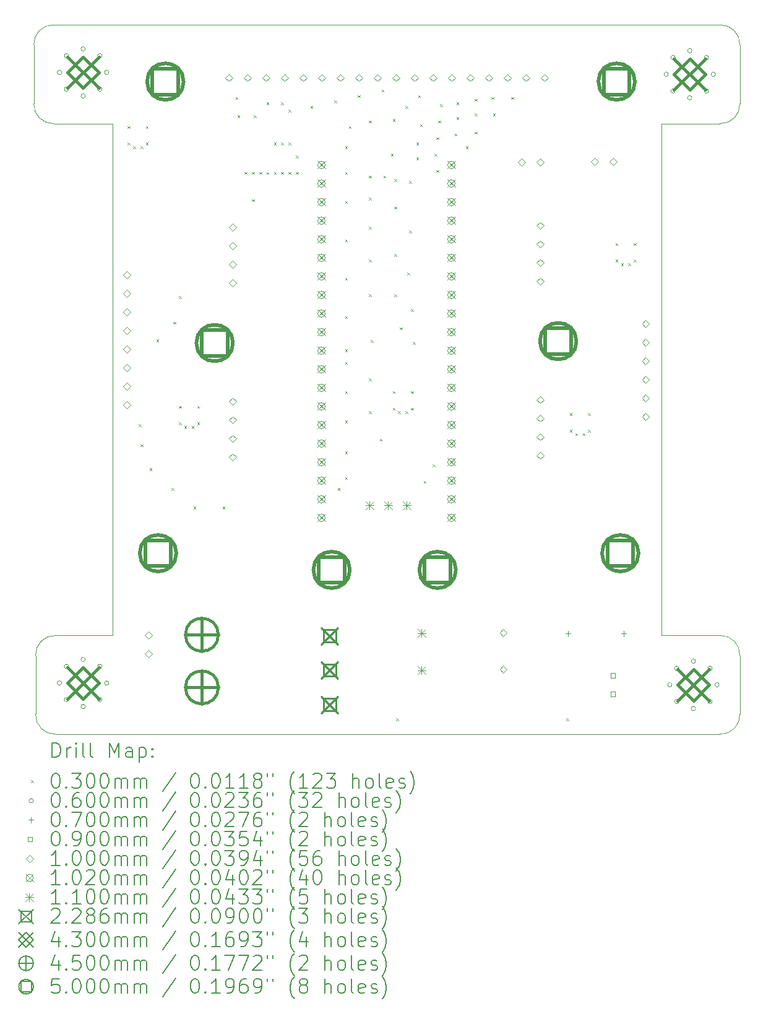
<source format=gbr>
%TF.GenerationSoftware,KiCad,Pcbnew,(6.0.9)*%
%TF.CreationDate,2022-12-13T14:22:06-05:00*%
%TF.ProjectId,Team5_Coaster_post_mdr_100x100,5465616d-355f-4436-9f61-737465725f70,rev?*%
%TF.SameCoordinates,Original*%
%TF.FileFunction,Drillmap*%
%TF.FilePolarity,Positive*%
%FSLAX45Y45*%
G04 Gerber Fmt 4.5, Leading zero omitted, Abs format (unit mm)*
G04 Created by KiCad (PCBNEW (6.0.9)) date 2022-12-13 14:22:06*
%MOMM*%
%LPD*%
G01*
G04 APERTURE LIST*
%ADD10C,0.100000*%
%ADD11C,0.200000*%
%ADD12C,0.030000*%
%ADD13C,0.060000*%
%ADD14C,0.070000*%
%ADD15C,0.090000*%
%ADD16C,0.102000*%
%ADD17C,0.110000*%
%ADD18C,0.228600*%
%ADD19C,0.430000*%
%ADD20C,0.450000*%
%ADD21C,0.500000*%
G04 APERTURE END LIST*
D10*
X17236440Y-15650000D02*
G75*
G03*
X17511440Y-15375000I11440J263560D01*
G01*
X17236440Y-7300000D02*
X16436440Y-7300000D01*
X17236440Y-14300000D02*
X16436440Y-14300000D01*
X17511440Y-6225000D02*
X17511440Y-7025000D01*
X7850000Y-7025000D02*
G75*
G03*
X8125000Y-7300000I263560J-11440D01*
G01*
X7875000Y-15375000D02*
X7875000Y-14575000D01*
X17236440Y-5950000D02*
X16436440Y-5950000D01*
X17511440Y-14575000D02*
G75*
G03*
X17236440Y-14300000I-263560J11440D01*
G01*
X16436440Y-14300000D02*
X16436440Y-7300000D01*
X7850000Y-7025000D02*
X7850000Y-6225000D01*
X8150000Y-14300000D02*
X8925000Y-14300000D01*
X8150000Y-14300000D02*
G75*
G03*
X7875000Y-14575000I-11440J-263560D01*
G01*
X8150000Y-15650000D02*
X8950000Y-15650000D01*
X8925000Y-5950000D02*
X16436440Y-5950000D01*
X8125000Y-5950000D02*
G75*
G03*
X7850000Y-6225000I-11440J-263560D01*
G01*
X8925000Y-7300000D02*
X8925000Y-14300000D01*
X8125000Y-5950000D02*
X8925000Y-5950000D01*
X7875000Y-15375000D02*
G75*
G03*
X8150000Y-15650000I263560J-11440D01*
G01*
X17236440Y-15650000D02*
X16436440Y-15650000D01*
X17236440Y-7300000D02*
G75*
G03*
X17511440Y-7025000I11440J263560D01*
G01*
X8125000Y-7300000D02*
X8925000Y-7300000D01*
X17511440Y-6225000D02*
G75*
G03*
X17236440Y-5950000I-263560J11440D01*
G01*
X17511440Y-14575000D02*
X17511440Y-15375000D01*
X8950000Y-15650000D02*
X16436440Y-15650000D01*
D11*
D12*
X9135000Y-7335000D02*
X9165000Y-7365000D01*
X9165000Y-7335000D02*
X9135000Y-7365000D01*
X9135000Y-7560000D02*
X9165000Y-7590000D01*
X9165000Y-7560000D02*
X9135000Y-7590000D01*
X9210000Y-7610000D02*
X9240000Y-7640000D01*
X9240000Y-7610000D02*
X9210000Y-7640000D01*
X9285000Y-11410000D02*
X9315000Y-11440000D01*
X9315000Y-11410000D02*
X9285000Y-11440000D01*
X9310000Y-7610000D02*
X9340000Y-7640000D01*
X9340000Y-7610000D02*
X9310000Y-7640000D01*
X9310000Y-11685000D02*
X9340000Y-11715000D01*
X9340000Y-11685000D02*
X9310000Y-11715000D01*
X9385000Y-7335000D02*
X9415000Y-7365000D01*
X9415000Y-7335000D02*
X9385000Y-7365000D01*
X9385000Y-7560000D02*
X9415000Y-7590000D01*
X9415000Y-7560000D02*
X9385000Y-7590000D01*
X9435000Y-12010000D02*
X9465000Y-12040000D01*
X9465000Y-12010000D02*
X9435000Y-12040000D01*
X9528341Y-10253341D02*
X9558341Y-10283341D01*
X9558341Y-10253341D02*
X9528341Y-10283341D01*
X9735000Y-12285000D02*
X9765000Y-12315000D01*
X9765000Y-12285000D02*
X9735000Y-12315000D01*
X9760000Y-10010000D02*
X9790000Y-10040000D01*
X9790000Y-10010000D02*
X9760000Y-10040000D01*
X9835000Y-9660000D02*
X9865000Y-9690000D01*
X9865000Y-9660000D02*
X9835000Y-9690000D01*
X9835000Y-11160000D02*
X9865000Y-11190000D01*
X9865000Y-11160000D02*
X9835000Y-11190000D01*
X9835000Y-11385000D02*
X9865000Y-11415000D01*
X9865000Y-11385000D02*
X9835000Y-11415000D01*
X9910000Y-11435000D02*
X9940000Y-11465000D01*
X9940000Y-11435000D02*
X9910000Y-11465000D01*
X10010000Y-11435000D02*
X10040000Y-11465000D01*
X10040000Y-11435000D02*
X10010000Y-11465000D01*
X10035000Y-12535000D02*
X10065000Y-12565000D01*
X10065000Y-12535000D02*
X10035000Y-12565000D01*
X10085000Y-11160000D02*
X10115000Y-11190000D01*
X10115000Y-11160000D02*
X10085000Y-11190000D01*
X10085000Y-11385000D02*
X10115000Y-11415000D01*
X10115000Y-11385000D02*
X10085000Y-11415000D01*
X10435000Y-12535000D02*
X10465000Y-12565000D01*
X10465000Y-12535000D02*
X10435000Y-12565000D01*
X10610000Y-6935000D02*
X10640000Y-6965000D01*
X10640000Y-6935000D02*
X10610000Y-6965000D01*
X10635000Y-7185000D02*
X10665000Y-7215000D01*
X10665000Y-7185000D02*
X10635000Y-7215000D01*
X10735000Y-7960000D02*
X10765000Y-7990000D01*
X10765000Y-7960000D02*
X10735000Y-7990000D01*
X10835000Y-7960000D02*
X10865000Y-7990000D01*
X10865000Y-7960000D02*
X10835000Y-7990000D01*
X10835000Y-8335000D02*
X10865000Y-8365000D01*
X10865000Y-8335000D02*
X10835000Y-8365000D01*
X10860000Y-7185000D02*
X10890000Y-7215000D01*
X10890000Y-7185000D02*
X10860000Y-7215000D01*
X10935000Y-7960000D02*
X10965000Y-7990000D01*
X10965000Y-7960000D02*
X10935000Y-7990000D01*
X11035000Y-7010000D02*
X11065000Y-7040000D01*
X11065000Y-7010000D02*
X11035000Y-7040000D01*
X11035000Y-7960000D02*
X11065000Y-7990000D01*
X11065000Y-7960000D02*
X11035000Y-7990000D01*
X11135000Y-7560000D02*
X11165000Y-7590000D01*
X11165000Y-7560000D02*
X11135000Y-7590000D01*
X11135000Y-7960000D02*
X11165000Y-7990000D01*
X11165000Y-7960000D02*
X11135000Y-7990000D01*
X11235000Y-7010000D02*
X11265000Y-7040000D01*
X11265000Y-7010000D02*
X11235000Y-7040000D01*
X11235000Y-7560000D02*
X11265000Y-7590000D01*
X11265000Y-7560000D02*
X11235000Y-7590000D01*
X11235000Y-7960000D02*
X11265000Y-7990000D01*
X11265000Y-7960000D02*
X11235000Y-7990000D01*
X11335000Y-7110000D02*
X11365000Y-7140000D01*
X11365000Y-7110000D02*
X11335000Y-7140000D01*
X11335000Y-7560000D02*
X11365000Y-7590000D01*
X11365000Y-7560000D02*
X11335000Y-7590000D01*
X11335000Y-7960000D02*
X11365000Y-7990000D01*
X11365000Y-7960000D02*
X11335000Y-7990000D01*
X11435000Y-7735000D02*
X11465000Y-7765000D01*
X11465000Y-7735000D02*
X11435000Y-7765000D01*
X11435000Y-7960000D02*
X11465000Y-7990000D01*
X11465000Y-7960000D02*
X11435000Y-7990000D01*
X11635000Y-7060000D02*
X11665000Y-7090000D01*
X11665000Y-7060000D02*
X11635000Y-7090000D01*
X11960000Y-6985000D02*
X11990000Y-7015000D01*
X11990000Y-6985000D02*
X11960000Y-7015000D01*
X12010000Y-12285000D02*
X12040000Y-12315000D01*
X12040000Y-12285000D02*
X12010000Y-12315000D01*
X12110000Y-7610000D02*
X12140000Y-7640000D01*
X12140000Y-7610000D02*
X12110000Y-7640000D01*
X12110000Y-7960000D02*
X12140000Y-7990000D01*
X12140000Y-7960000D02*
X12110000Y-7990000D01*
X12110000Y-8360000D02*
X12140000Y-8390000D01*
X12140000Y-8360000D02*
X12110000Y-8390000D01*
X12110000Y-8885000D02*
X12140000Y-8915000D01*
X12140000Y-8885000D02*
X12110000Y-8915000D01*
X12110000Y-9410000D02*
X12140000Y-9440000D01*
X12140000Y-9410000D02*
X12110000Y-9440000D01*
X12110000Y-9935000D02*
X12140000Y-9965000D01*
X12140000Y-9935000D02*
X12110000Y-9965000D01*
X12110000Y-10385000D02*
X12140000Y-10415000D01*
X12140000Y-10385000D02*
X12110000Y-10415000D01*
X12110000Y-10560000D02*
X12140000Y-10590000D01*
X12140000Y-10560000D02*
X12110000Y-10590000D01*
X12110000Y-10960000D02*
X12140000Y-10990000D01*
X12140000Y-10960000D02*
X12110000Y-10990000D01*
X12110000Y-11360000D02*
X12140000Y-11390000D01*
X12140000Y-11360000D02*
X12110000Y-11390000D01*
X12110000Y-11785000D02*
X12140000Y-11815000D01*
X12140000Y-11785000D02*
X12110000Y-11815000D01*
X12110000Y-12135000D02*
X12140000Y-12165000D01*
X12140000Y-12135000D02*
X12110000Y-12165000D01*
X12160000Y-7335000D02*
X12190000Y-7365000D01*
X12190000Y-7335000D02*
X12160000Y-7365000D01*
X12285000Y-6910000D02*
X12315000Y-6940000D01*
X12315000Y-6910000D02*
X12285000Y-6940000D01*
X12435000Y-7260000D02*
X12465000Y-7290000D01*
X12465000Y-7260000D02*
X12435000Y-7290000D01*
X12435000Y-8010000D02*
X12465000Y-8040000D01*
X12465000Y-8010000D02*
X12435000Y-8040000D01*
X12435000Y-8310000D02*
X12465000Y-8340000D01*
X12465000Y-8310000D02*
X12435000Y-8340000D01*
X12435000Y-8710000D02*
X12465000Y-8740000D01*
X12465000Y-8710000D02*
X12435000Y-8740000D01*
X12435000Y-9160000D02*
X12465000Y-9190000D01*
X12465000Y-9160000D02*
X12435000Y-9190000D01*
X12435000Y-9635000D02*
X12465000Y-9665000D01*
X12465000Y-9635000D02*
X12435000Y-9665000D01*
X12435000Y-10785000D02*
X12465000Y-10815000D01*
X12465000Y-10785000D02*
X12435000Y-10815000D01*
X12435000Y-11235000D02*
X12465000Y-11265000D01*
X12465000Y-11235000D02*
X12435000Y-11265000D01*
X12460000Y-10260000D02*
X12490000Y-10290000D01*
X12490000Y-10260000D02*
X12460000Y-10290000D01*
X12585000Y-11610000D02*
X12615000Y-11640000D01*
X12615000Y-11610000D02*
X12585000Y-11640000D01*
X12610000Y-6835000D02*
X12640000Y-6865000D01*
X12640000Y-6835000D02*
X12610000Y-6865000D01*
X12635000Y-8010000D02*
X12665000Y-8040000D01*
X12665000Y-8010000D02*
X12635000Y-8040000D01*
X12735000Y-7710000D02*
X12765000Y-7740000D01*
X12765000Y-7710000D02*
X12735000Y-7740000D01*
X12760000Y-7235000D02*
X12790000Y-7265000D01*
X12790000Y-7235000D02*
X12760000Y-7265000D01*
X12760000Y-10960000D02*
X12790000Y-10990000D01*
X12790000Y-10960000D02*
X12760000Y-10990000D01*
X12760000Y-11185000D02*
X12790000Y-11215000D01*
X12790000Y-11185000D02*
X12760000Y-11215000D01*
X12785000Y-8060000D02*
X12815000Y-8090000D01*
X12815000Y-8060000D02*
X12785000Y-8090000D01*
X12785000Y-8435000D02*
X12815000Y-8465000D01*
X12815000Y-8435000D02*
X12785000Y-8465000D01*
X12785000Y-9085000D02*
X12815000Y-9115000D01*
X12815000Y-9085000D02*
X12785000Y-9115000D01*
X12785000Y-9635000D02*
X12815000Y-9665000D01*
X12815000Y-9635000D02*
X12785000Y-9665000D01*
X12810000Y-15435000D02*
X12840000Y-15465000D01*
X12840000Y-15435000D02*
X12810000Y-15465000D01*
X12835000Y-11235000D02*
X12865000Y-11265000D01*
X12865000Y-11235000D02*
X12835000Y-11265000D01*
X12860000Y-10085000D02*
X12890000Y-10115000D01*
X12890000Y-10085000D02*
X12860000Y-10115000D01*
X12935000Y-7060000D02*
X12965000Y-7090000D01*
X12965000Y-7060000D02*
X12935000Y-7090000D01*
X12935000Y-11235000D02*
X12965000Y-11265000D01*
X12965000Y-11235000D02*
X12935000Y-11265000D01*
X12960000Y-9335000D02*
X12990000Y-9365000D01*
X12990000Y-9335000D02*
X12960000Y-9365000D01*
X12985000Y-8085000D02*
X13015000Y-8115000D01*
X13015000Y-8085000D02*
X12985000Y-8115000D01*
X12985000Y-8760000D02*
X13015000Y-8790000D01*
X13015000Y-8760000D02*
X12985000Y-8790000D01*
X13010000Y-9835000D02*
X13040000Y-9865000D01*
X13040000Y-9835000D02*
X13010000Y-9865000D01*
X13010000Y-10960000D02*
X13040000Y-10990000D01*
X13040000Y-10960000D02*
X13010000Y-10990000D01*
X13010000Y-11185000D02*
X13040000Y-11215000D01*
X13040000Y-11185000D02*
X13010000Y-11215000D01*
X13035000Y-10285000D02*
X13065000Y-10315000D01*
X13065000Y-10285000D02*
X13035000Y-10315000D01*
X13085000Y-7560000D02*
X13115000Y-7590000D01*
X13115000Y-7560000D02*
X13085000Y-7590000D01*
X13085000Y-7760000D02*
X13115000Y-7790000D01*
X13115000Y-7760000D02*
X13085000Y-7790000D01*
X13110000Y-6910000D02*
X13140000Y-6940000D01*
X13140000Y-6910000D02*
X13110000Y-6940000D01*
X13135000Y-7310000D02*
X13165000Y-7340000D01*
X13165000Y-7310000D02*
X13135000Y-7340000D01*
X13185000Y-12185000D02*
X13215000Y-12215000D01*
X13215000Y-12185000D02*
X13185000Y-12215000D01*
X13310000Y-11960000D02*
X13340000Y-11990000D01*
X13340000Y-11960000D02*
X13310000Y-11990000D01*
X13335000Y-7710000D02*
X13365000Y-7740000D01*
X13365000Y-7710000D02*
X13335000Y-7740000D01*
X13360000Y-7485000D02*
X13390000Y-7515000D01*
X13390000Y-7485000D02*
X13360000Y-7515000D01*
X13360000Y-7935000D02*
X13390000Y-7965000D01*
X13390000Y-7935000D02*
X13360000Y-7965000D01*
X13385000Y-7260000D02*
X13415000Y-7290000D01*
X13415000Y-7260000D02*
X13385000Y-7290000D01*
X13410000Y-7035000D02*
X13440000Y-7065000D01*
X13440000Y-7035000D02*
X13410000Y-7065000D01*
X13610000Y-7435000D02*
X13640000Y-7465000D01*
X13640000Y-7435000D02*
X13610000Y-7465000D01*
X13635000Y-7010000D02*
X13665000Y-7040000D01*
X13665000Y-7010000D02*
X13635000Y-7040000D01*
X13635000Y-7210000D02*
X13665000Y-7240000D01*
X13665000Y-7210000D02*
X13635000Y-7240000D01*
X13760000Y-7610000D02*
X13790000Y-7640000D01*
X13790000Y-7610000D02*
X13760000Y-7640000D01*
X13885000Y-6960000D02*
X13915000Y-6990000D01*
X13915000Y-6960000D02*
X13885000Y-6990000D01*
X13885000Y-7160000D02*
X13915000Y-7190000D01*
X13915000Y-7160000D02*
X13885000Y-7190000D01*
X13885000Y-7410000D02*
X13915000Y-7440000D01*
X13915000Y-7410000D02*
X13885000Y-7440000D01*
X14110000Y-6935000D02*
X14140000Y-6965000D01*
X14140000Y-6935000D02*
X14110000Y-6965000D01*
X14135000Y-7160000D02*
X14165000Y-7190000D01*
X14165000Y-7160000D02*
X14135000Y-7190000D01*
X14385000Y-6935000D02*
X14415000Y-6965000D01*
X14415000Y-6935000D02*
X14385000Y-6965000D01*
X15135000Y-15435000D02*
X15165000Y-15465000D01*
X15165000Y-15435000D02*
X15135000Y-15465000D01*
X15185000Y-11260000D02*
X15215000Y-11290000D01*
X15215000Y-11260000D02*
X15185000Y-11290000D01*
X15185000Y-11485000D02*
X15215000Y-11515000D01*
X15215000Y-11485000D02*
X15185000Y-11515000D01*
X15260000Y-11535000D02*
X15290000Y-11565000D01*
X15290000Y-11535000D02*
X15260000Y-11565000D01*
X15360000Y-11535000D02*
X15390000Y-11565000D01*
X15390000Y-11535000D02*
X15360000Y-11565000D01*
X15435000Y-11260000D02*
X15465000Y-11290000D01*
X15465000Y-11260000D02*
X15435000Y-11290000D01*
X15435000Y-11485000D02*
X15465000Y-11515000D01*
X15465000Y-11485000D02*
X15435000Y-11515000D01*
X15810000Y-8935000D02*
X15840000Y-8965000D01*
X15840000Y-8935000D02*
X15810000Y-8965000D01*
X15810000Y-9160000D02*
X15840000Y-9190000D01*
X15840000Y-9160000D02*
X15810000Y-9190000D01*
X15885000Y-9210000D02*
X15915000Y-9240000D01*
X15915000Y-9210000D02*
X15885000Y-9240000D01*
X15985000Y-9210000D02*
X16015000Y-9240000D01*
X16015000Y-9210000D02*
X15985000Y-9240000D01*
X16060000Y-8935000D02*
X16090000Y-8965000D01*
X16090000Y-8935000D02*
X16060000Y-8965000D01*
X16060000Y-9160000D02*
X16090000Y-9190000D01*
X16090000Y-9160000D02*
X16060000Y-9190000D01*
D13*
X8232500Y-6600000D02*
G75*
G03*
X8232500Y-6600000I-30000J0D01*
G01*
X8232500Y-14950000D02*
G75*
G03*
X8232500Y-14950000I-30000J0D01*
G01*
X8326958Y-6371958D02*
G75*
G03*
X8326958Y-6371958I-30000J0D01*
G01*
X8326958Y-6828042D02*
G75*
G03*
X8326958Y-6828042I-30000J0D01*
G01*
X8326958Y-14721958D02*
G75*
G03*
X8326958Y-14721958I-30000J0D01*
G01*
X8326958Y-15178042D02*
G75*
G03*
X8326958Y-15178042I-30000J0D01*
G01*
X8555000Y-6277500D02*
G75*
G03*
X8555000Y-6277500I-30000J0D01*
G01*
X8555000Y-6922500D02*
G75*
G03*
X8555000Y-6922500I-30000J0D01*
G01*
X8555000Y-14627500D02*
G75*
G03*
X8555000Y-14627500I-30000J0D01*
G01*
X8555000Y-15272500D02*
G75*
G03*
X8555000Y-15272500I-30000J0D01*
G01*
X8783042Y-6371958D02*
G75*
G03*
X8783042Y-6371958I-30000J0D01*
G01*
X8783042Y-6828042D02*
G75*
G03*
X8783042Y-6828042I-30000J0D01*
G01*
X8783042Y-14721958D02*
G75*
G03*
X8783042Y-14721958I-30000J0D01*
G01*
X8783042Y-15178042D02*
G75*
G03*
X8783042Y-15178042I-30000J0D01*
G01*
X8877500Y-6600000D02*
G75*
G03*
X8877500Y-6600000I-30000J0D01*
G01*
X8877500Y-14950000D02*
G75*
G03*
X8877500Y-14950000I-30000J0D01*
G01*
X16532500Y-6625000D02*
G75*
G03*
X16532500Y-6625000I-30000J0D01*
G01*
X16582500Y-14975000D02*
G75*
G03*
X16582500Y-14975000I-30000J0D01*
G01*
X16626958Y-6396958D02*
G75*
G03*
X16626958Y-6396958I-30000J0D01*
G01*
X16626958Y-6853042D02*
G75*
G03*
X16626958Y-6853042I-30000J0D01*
G01*
X16676958Y-14746958D02*
G75*
G03*
X16676958Y-14746958I-30000J0D01*
G01*
X16676958Y-15203042D02*
G75*
G03*
X16676958Y-15203042I-30000J0D01*
G01*
X16855000Y-6302500D02*
G75*
G03*
X16855000Y-6302500I-30000J0D01*
G01*
X16855000Y-6947500D02*
G75*
G03*
X16855000Y-6947500I-30000J0D01*
G01*
X16905000Y-14652500D02*
G75*
G03*
X16905000Y-14652500I-30000J0D01*
G01*
X16905000Y-15297500D02*
G75*
G03*
X16905000Y-15297500I-30000J0D01*
G01*
X17083042Y-6396958D02*
G75*
G03*
X17083042Y-6396958I-30000J0D01*
G01*
X17083042Y-6853042D02*
G75*
G03*
X17083042Y-6853042I-30000J0D01*
G01*
X17133042Y-14746958D02*
G75*
G03*
X17133042Y-14746958I-30000J0D01*
G01*
X17133042Y-15203042D02*
G75*
G03*
X17133042Y-15203042I-30000J0D01*
G01*
X17177500Y-6625000D02*
G75*
G03*
X17177500Y-6625000I-30000J0D01*
G01*
X17227500Y-14975000D02*
G75*
G03*
X17227500Y-14975000I-30000J0D01*
G01*
D14*
X15163000Y-14240000D02*
X15163000Y-14310000D01*
X15128000Y-14275000D02*
X15198000Y-14275000D01*
X15925000Y-14240000D02*
X15925000Y-14310000D01*
X15890000Y-14275000D02*
X15960000Y-14275000D01*
D15*
X15806820Y-14880320D02*
X15806820Y-14816680D01*
X15743180Y-14816680D01*
X15743180Y-14880320D01*
X15806820Y-14880320D01*
X15806820Y-15134320D02*
X15806820Y-15070680D01*
X15743180Y-15070680D01*
X15743180Y-15134320D01*
X15806820Y-15134320D01*
D10*
X9125000Y-9421000D02*
X9175000Y-9371000D01*
X9125000Y-9321000D01*
X9075000Y-9371000D01*
X9125000Y-9421000D01*
X9125000Y-9675000D02*
X9175000Y-9625000D01*
X9125000Y-9575000D01*
X9075000Y-9625000D01*
X9125000Y-9675000D01*
X9125000Y-9929000D02*
X9175000Y-9879000D01*
X9125000Y-9829000D01*
X9075000Y-9879000D01*
X9125000Y-9929000D01*
X9125000Y-10183000D02*
X9175000Y-10133000D01*
X9125000Y-10083000D01*
X9075000Y-10133000D01*
X9125000Y-10183000D01*
X9125000Y-10437000D02*
X9175000Y-10387000D01*
X9125000Y-10337000D01*
X9075000Y-10387000D01*
X9125000Y-10437000D01*
X9125000Y-10691000D02*
X9175000Y-10641000D01*
X9125000Y-10591000D01*
X9075000Y-10641000D01*
X9125000Y-10691000D01*
X9125000Y-10945000D02*
X9175000Y-10895000D01*
X9125000Y-10845000D01*
X9075000Y-10895000D01*
X9125000Y-10945000D01*
X9125000Y-11199000D02*
X9175000Y-11149000D01*
X9125000Y-11099000D01*
X9075000Y-11149000D01*
X9125000Y-11199000D01*
X9422500Y-14346000D02*
X9472500Y-14296000D01*
X9422500Y-14246000D01*
X9372500Y-14296000D01*
X9422500Y-14346000D01*
X9422500Y-14600000D02*
X9472500Y-14550000D01*
X9422500Y-14500000D01*
X9372500Y-14550000D01*
X9422500Y-14600000D01*
X10517500Y-6722500D02*
X10567500Y-6672500D01*
X10517500Y-6622500D01*
X10467500Y-6672500D01*
X10517500Y-6722500D01*
X10572500Y-8768000D02*
X10622500Y-8718000D01*
X10572500Y-8668000D01*
X10522500Y-8718000D01*
X10572500Y-8768000D01*
X10572500Y-9022000D02*
X10622500Y-8972000D01*
X10572500Y-8922000D01*
X10522500Y-8972000D01*
X10572500Y-9022000D01*
X10572500Y-9276000D02*
X10622500Y-9226000D01*
X10572500Y-9176000D01*
X10522500Y-9226000D01*
X10572500Y-9276000D01*
X10572500Y-9530000D02*
X10622500Y-9480000D01*
X10572500Y-9430000D01*
X10522500Y-9480000D01*
X10572500Y-9530000D01*
X10572500Y-11150000D02*
X10622500Y-11100000D01*
X10572500Y-11050000D01*
X10522500Y-11100000D01*
X10572500Y-11150000D01*
X10572500Y-11404000D02*
X10622500Y-11354000D01*
X10572500Y-11304000D01*
X10522500Y-11354000D01*
X10572500Y-11404000D01*
X10572500Y-11658000D02*
X10622500Y-11608000D01*
X10572500Y-11558000D01*
X10522500Y-11608000D01*
X10572500Y-11658000D01*
X10572500Y-11912000D02*
X10622500Y-11862000D01*
X10572500Y-11812000D01*
X10522500Y-11862000D01*
X10572500Y-11912000D01*
X10771500Y-6722500D02*
X10821500Y-6672500D01*
X10771500Y-6622500D01*
X10721500Y-6672500D01*
X10771500Y-6722500D01*
X11025500Y-6722500D02*
X11075500Y-6672500D01*
X11025500Y-6622500D01*
X10975500Y-6672500D01*
X11025500Y-6722500D01*
X11279500Y-6722500D02*
X11329500Y-6672500D01*
X11279500Y-6622500D01*
X11229500Y-6672500D01*
X11279500Y-6722500D01*
X11533500Y-6722500D02*
X11583500Y-6672500D01*
X11533500Y-6622500D01*
X11483500Y-6672500D01*
X11533500Y-6722500D01*
X11787500Y-6722500D02*
X11837500Y-6672500D01*
X11787500Y-6622500D01*
X11737500Y-6672500D01*
X11787500Y-6722500D01*
X12041500Y-6722500D02*
X12091500Y-6672500D01*
X12041500Y-6622500D01*
X11991500Y-6672500D01*
X12041500Y-6722500D01*
X12295500Y-6722500D02*
X12345500Y-6672500D01*
X12295500Y-6622500D01*
X12245500Y-6672500D01*
X12295500Y-6722500D01*
X12549500Y-6722500D02*
X12599500Y-6672500D01*
X12549500Y-6622500D01*
X12499500Y-6672500D01*
X12549500Y-6722500D01*
X12803500Y-6722500D02*
X12853500Y-6672500D01*
X12803500Y-6622500D01*
X12753500Y-6672500D01*
X12803500Y-6722500D01*
X13057500Y-6722500D02*
X13107500Y-6672500D01*
X13057500Y-6622500D01*
X13007500Y-6672500D01*
X13057500Y-6722500D01*
X13311500Y-6722500D02*
X13361500Y-6672500D01*
X13311500Y-6622500D01*
X13261500Y-6672500D01*
X13311500Y-6722500D01*
X13565500Y-6722500D02*
X13615500Y-6672500D01*
X13565500Y-6622500D01*
X13515500Y-6672500D01*
X13565500Y-6722500D01*
X13819500Y-6722500D02*
X13869500Y-6672500D01*
X13819500Y-6622500D01*
X13769500Y-6672500D01*
X13819500Y-6722500D01*
X14073500Y-6722500D02*
X14123500Y-6672500D01*
X14073500Y-6622500D01*
X14023500Y-6672500D01*
X14073500Y-6722500D01*
X14275000Y-14313232D02*
X14325000Y-14263232D01*
X14275000Y-14213232D01*
X14225000Y-14263232D01*
X14275000Y-14313232D01*
X14275000Y-14813232D02*
X14325000Y-14763232D01*
X14275000Y-14713232D01*
X14225000Y-14763232D01*
X14275000Y-14813232D01*
X14327500Y-6722500D02*
X14377500Y-6672500D01*
X14327500Y-6622500D01*
X14277500Y-6672500D01*
X14327500Y-6722500D01*
X14525000Y-7875250D02*
X14575000Y-7825250D01*
X14525000Y-7775250D01*
X14475000Y-7825250D01*
X14525000Y-7875250D01*
X14581500Y-6722500D02*
X14631500Y-6672500D01*
X14581500Y-6622500D01*
X14531500Y-6672500D01*
X14581500Y-6722500D01*
X14777500Y-8745000D02*
X14827500Y-8695000D01*
X14777500Y-8645000D01*
X14727500Y-8695000D01*
X14777500Y-8745000D01*
X14777500Y-8999000D02*
X14827500Y-8949000D01*
X14777500Y-8899000D01*
X14727500Y-8949000D01*
X14777500Y-8999000D01*
X14777500Y-9253000D02*
X14827500Y-9203000D01*
X14777500Y-9153000D01*
X14727500Y-9203000D01*
X14777500Y-9253000D01*
X14777500Y-9507000D02*
X14827500Y-9457000D01*
X14777500Y-9407000D01*
X14727500Y-9457000D01*
X14777500Y-9507000D01*
X14777500Y-11125000D02*
X14827500Y-11075000D01*
X14777500Y-11025000D01*
X14727500Y-11075000D01*
X14777500Y-11125000D01*
X14777500Y-11379000D02*
X14827500Y-11329000D01*
X14777500Y-11279000D01*
X14727500Y-11329000D01*
X14777500Y-11379000D01*
X14777500Y-11633000D02*
X14827500Y-11583000D01*
X14777500Y-11533000D01*
X14727500Y-11583000D01*
X14777500Y-11633000D01*
X14777500Y-11887000D02*
X14827500Y-11837000D01*
X14777500Y-11787000D01*
X14727500Y-11837000D01*
X14777500Y-11887000D01*
X14779000Y-7875250D02*
X14829000Y-7825250D01*
X14779000Y-7775250D01*
X14729000Y-7825250D01*
X14779000Y-7875250D01*
X14835500Y-6722500D02*
X14885500Y-6672500D01*
X14835500Y-6622500D01*
X14785500Y-6672500D01*
X14835500Y-6722500D01*
X15525000Y-7872500D02*
X15575000Y-7822500D01*
X15525000Y-7772500D01*
X15475000Y-7822500D01*
X15525000Y-7872500D01*
X15779000Y-7872500D02*
X15829000Y-7822500D01*
X15779000Y-7772500D01*
X15729000Y-7822500D01*
X15779000Y-7872500D01*
X16222500Y-10087500D02*
X16272500Y-10037500D01*
X16222500Y-9987500D01*
X16172500Y-10037500D01*
X16222500Y-10087500D01*
X16222500Y-10341500D02*
X16272500Y-10291500D01*
X16222500Y-10241500D01*
X16172500Y-10291500D01*
X16222500Y-10341500D01*
X16222500Y-10595500D02*
X16272500Y-10545500D01*
X16222500Y-10495500D01*
X16172500Y-10545500D01*
X16222500Y-10595500D01*
X16222500Y-10849500D02*
X16272500Y-10799500D01*
X16222500Y-10749500D01*
X16172500Y-10799500D01*
X16222500Y-10849500D01*
X16222500Y-11103500D02*
X16272500Y-11053500D01*
X16222500Y-11003500D01*
X16172500Y-11053500D01*
X16222500Y-11103500D01*
X16222500Y-11357500D02*
X16272500Y-11307500D01*
X16222500Y-11257500D01*
X16172500Y-11307500D01*
X16222500Y-11357500D01*
D16*
X11735000Y-7813750D02*
X11837000Y-7915750D01*
X11837000Y-7813750D02*
X11735000Y-7915750D01*
X11837000Y-7864750D02*
G75*
G03*
X11837000Y-7864750I-51000J0D01*
G01*
X11735000Y-8067750D02*
X11837000Y-8169750D01*
X11837000Y-8067750D02*
X11735000Y-8169750D01*
X11837000Y-8118750D02*
G75*
G03*
X11837000Y-8118750I-51000J0D01*
G01*
X11735000Y-8321750D02*
X11837000Y-8423750D01*
X11837000Y-8321750D02*
X11735000Y-8423750D01*
X11837000Y-8372750D02*
G75*
G03*
X11837000Y-8372750I-51000J0D01*
G01*
X11735000Y-8575750D02*
X11837000Y-8677750D01*
X11837000Y-8575750D02*
X11735000Y-8677750D01*
X11837000Y-8626750D02*
G75*
G03*
X11837000Y-8626750I-51000J0D01*
G01*
X11735000Y-8829750D02*
X11837000Y-8931750D01*
X11837000Y-8829750D02*
X11735000Y-8931750D01*
X11837000Y-8880750D02*
G75*
G03*
X11837000Y-8880750I-51000J0D01*
G01*
X11735000Y-9083750D02*
X11837000Y-9185750D01*
X11837000Y-9083750D02*
X11735000Y-9185750D01*
X11837000Y-9134750D02*
G75*
G03*
X11837000Y-9134750I-51000J0D01*
G01*
X11735000Y-9337750D02*
X11837000Y-9439750D01*
X11837000Y-9337750D02*
X11735000Y-9439750D01*
X11837000Y-9388750D02*
G75*
G03*
X11837000Y-9388750I-51000J0D01*
G01*
X11735000Y-9591750D02*
X11837000Y-9693750D01*
X11837000Y-9591750D02*
X11735000Y-9693750D01*
X11837000Y-9642750D02*
G75*
G03*
X11837000Y-9642750I-51000J0D01*
G01*
X11735000Y-9845750D02*
X11837000Y-9947750D01*
X11837000Y-9845750D02*
X11735000Y-9947750D01*
X11837000Y-9896750D02*
G75*
G03*
X11837000Y-9896750I-51000J0D01*
G01*
X11735000Y-10099750D02*
X11837000Y-10201750D01*
X11837000Y-10099750D02*
X11735000Y-10201750D01*
X11837000Y-10150750D02*
G75*
G03*
X11837000Y-10150750I-51000J0D01*
G01*
X11735000Y-10353750D02*
X11837000Y-10455750D01*
X11837000Y-10353750D02*
X11735000Y-10455750D01*
X11837000Y-10404750D02*
G75*
G03*
X11837000Y-10404750I-51000J0D01*
G01*
X11735000Y-10607750D02*
X11837000Y-10709750D01*
X11837000Y-10607750D02*
X11735000Y-10709750D01*
X11837000Y-10658750D02*
G75*
G03*
X11837000Y-10658750I-51000J0D01*
G01*
X11735000Y-10861750D02*
X11837000Y-10963750D01*
X11837000Y-10861750D02*
X11735000Y-10963750D01*
X11837000Y-10912750D02*
G75*
G03*
X11837000Y-10912750I-51000J0D01*
G01*
X11735000Y-11115750D02*
X11837000Y-11217750D01*
X11837000Y-11115750D02*
X11735000Y-11217750D01*
X11837000Y-11166750D02*
G75*
G03*
X11837000Y-11166750I-51000J0D01*
G01*
X11735000Y-11369750D02*
X11837000Y-11471750D01*
X11837000Y-11369750D02*
X11735000Y-11471750D01*
X11837000Y-11420750D02*
G75*
G03*
X11837000Y-11420750I-51000J0D01*
G01*
X11735000Y-11623750D02*
X11837000Y-11725750D01*
X11837000Y-11623750D02*
X11735000Y-11725750D01*
X11837000Y-11674750D02*
G75*
G03*
X11837000Y-11674750I-51000J0D01*
G01*
X11735000Y-11877750D02*
X11837000Y-11979750D01*
X11837000Y-11877750D02*
X11735000Y-11979750D01*
X11837000Y-11928750D02*
G75*
G03*
X11837000Y-11928750I-51000J0D01*
G01*
X11735000Y-12131750D02*
X11837000Y-12233750D01*
X11837000Y-12131750D02*
X11735000Y-12233750D01*
X11837000Y-12182750D02*
G75*
G03*
X11837000Y-12182750I-51000J0D01*
G01*
X11735000Y-12385750D02*
X11837000Y-12487750D01*
X11837000Y-12385750D02*
X11735000Y-12487750D01*
X11837000Y-12436750D02*
G75*
G03*
X11837000Y-12436750I-51000J0D01*
G01*
X11735000Y-12639750D02*
X11837000Y-12741750D01*
X11837000Y-12639750D02*
X11735000Y-12741750D01*
X11837000Y-12690750D02*
G75*
G03*
X11837000Y-12690750I-51000J0D01*
G01*
X13513000Y-7813750D02*
X13615000Y-7915750D01*
X13615000Y-7813750D02*
X13513000Y-7915750D01*
X13615000Y-7864750D02*
G75*
G03*
X13615000Y-7864750I-51000J0D01*
G01*
X13513000Y-8067750D02*
X13615000Y-8169750D01*
X13615000Y-8067750D02*
X13513000Y-8169750D01*
X13615000Y-8118750D02*
G75*
G03*
X13615000Y-8118750I-51000J0D01*
G01*
X13513000Y-8321750D02*
X13615000Y-8423750D01*
X13615000Y-8321750D02*
X13513000Y-8423750D01*
X13615000Y-8372750D02*
G75*
G03*
X13615000Y-8372750I-51000J0D01*
G01*
X13513000Y-8575750D02*
X13615000Y-8677750D01*
X13615000Y-8575750D02*
X13513000Y-8677750D01*
X13615000Y-8626750D02*
G75*
G03*
X13615000Y-8626750I-51000J0D01*
G01*
X13513000Y-8829750D02*
X13615000Y-8931750D01*
X13615000Y-8829750D02*
X13513000Y-8931750D01*
X13615000Y-8880750D02*
G75*
G03*
X13615000Y-8880750I-51000J0D01*
G01*
X13513000Y-9083750D02*
X13615000Y-9185750D01*
X13615000Y-9083750D02*
X13513000Y-9185750D01*
X13615000Y-9134750D02*
G75*
G03*
X13615000Y-9134750I-51000J0D01*
G01*
X13513000Y-9337750D02*
X13615000Y-9439750D01*
X13615000Y-9337750D02*
X13513000Y-9439750D01*
X13615000Y-9388750D02*
G75*
G03*
X13615000Y-9388750I-51000J0D01*
G01*
X13513000Y-9591750D02*
X13615000Y-9693750D01*
X13615000Y-9591750D02*
X13513000Y-9693750D01*
X13615000Y-9642750D02*
G75*
G03*
X13615000Y-9642750I-51000J0D01*
G01*
X13513000Y-9845750D02*
X13615000Y-9947750D01*
X13615000Y-9845750D02*
X13513000Y-9947750D01*
X13615000Y-9896750D02*
G75*
G03*
X13615000Y-9896750I-51000J0D01*
G01*
X13513000Y-10099750D02*
X13615000Y-10201750D01*
X13615000Y-10099750D02*
X13513000Y-10201750D01*
X13615000Y-10150750D02*
G75*
G03*
X13615000Y-10150750I-51000J0D01*
G01*
X13513000Y-10353750D02*
X13615000Y-10455750D01*
X13615000Y-10353750D02*
X13513000Y-10455750D01*
X13615000Y-10404750D02*
G75*
G03*
X13615000Y-10404750I-51000J0D01*
G01*
X13513000Y-10607750D02*
X13615000Y-10709750D01*
X13615000Y-10607750D02*
X13513000Y-10709750D01*
X13615000Y-10658750D02*
G75*
G03*
X13615000Y-10658750I-51000J0D01*
G01*
X13513000Y-10861750D02*
X13615000Y-10963750D01*
X13615000Y-10861750D02*
X13513000Y-10963750D01*
X13615000Y-10912750D02*
G75*
G03*
X13615000Y-10912750I-51000J0D01*
G01*
X13513000Y-11115750D02*
X13615000Y-11217750D01*
X13615000Y-11115750D02*
X13513000Y-11217750D01*
X13615000Y-11166750D02*
G75*
G03*
X13615000Y-11166750I-51000J0D01*
G01*
X13513000Y-11369750D02*
X13615000Y-11471750D01*
X13615000Y-11369750D02*
X13513000Y-11471750D01*
X13615000Y-11420750D02*
G75*
G03*
X13615000Y-11420750I-51000J0D01*
G01*
X13513000Y-11623750D02*
X13615000Y-11725750D01*
X13615000Y-11623750D02*
X13513000Y-11725750D01*
X13615000Y-11674750D02*
G75*
G03*
X13615000Y-11674750I-51000J0D01*
G01*
X13513000Y-11877750D02*
X13615000Y-11979750D01*
X13615000Y-11877750D02*
X13513000Y-11979750D01*
X13615000Y-11928750D02*
G75*
G03*
X13615000Y-11928750I-51000J0D01*
G01*
X13513000Y-12131750D02*
X13615000Y-12233750D01*
X13615000Y-12131750D02*
X13513000Y-12233750D01*
X13615000Y-12182750D02*
G75*
G03*
X13615000Y-12182750I-51000J0D01*
G01*
X13513000Y-12385750D02*
X13615000Y-12487750D01*
X13615000Y-12385750D02*
X13513000Y-12487750D01*
X13615000Y-12436750D02*
G75*
G03*
X13615000Y-12436750I-51000J0D01*
G01*
X13513000Y-12639750D02*
X13615000Y-12741750D01*
X13615000Y-12639750D02*
X13513000Y-12741750D01*
X13615000Y-12690750D02*
G75*
G03*
X13615000Y-12690750I-51000J0D01*
G01*
D17*
X12391000Y-12467250D02*
X12501000Y-12577250D01*
X12501000Y-12467250D02*
X12391000Y-12577250D01*
X12446000Y-12467250D02*
X12446000Y-12577250D01*
X12391000Y-12522250D02*
X12501000Y-12522250D01*
X12645000Y-12467250D02*
X12755000Y-12577250D01*
X12755000Y-12467250D02*
X12645000Y-12577250D01*
X12700000Y-12467250D02*
X12700000Y-12577250D01*
X12645000Y-12522250D02*
X12755000Y-12522250D01*
X12899000Y-12467250D02*
X13009000Y-12577250D01*
X13009000Y-12467250D02*
X12899000Y-12577250D01*
X12954000Y-12467250D02*
X12954000Y-12577250D01*
X12899000Y-12522250D02*
X13009000Y-12522250D01*
X13100500Y-14214535D02*
X13210500Y-14324535D01*
X13210500Y-14214535D02*
X13100500Y-14324535D01*
X13155500Y-14214535D02*
X13155500Y-14324535D01*
X13100500Y-14269535D02*
X13210500Y-14269535D01*
X13100500Y-14722535D02*
X13210500Y-14832535D01*
X13210500Y-14722535D02*
X13100500Y-14832535D01*
X13155500Y-14722535D02*
X13155500Y-14832535D01*
X13100500Y-14777535D02*
X13210500Y-14777535D01*
D18*
X11785700Y-14190800D02*
X12014300Y-14419400D01*
X12014300Y-14190800D02*
X11785700Y-14419400D01*
X11980823Y-14385923D02*
X11980823Y-14224277D01*
X11819177Y-14224277D01*
X11819177Y-14385923D01*
X11980823Y-14385923D01*
X11785700Y-14660700D02*
X12014300Y-14889300D01*
X12014300Y-14660700D02*
X11785700Y-14889300D01*
X11980823Y-14855823D02*
X11980823Y-14694177D01*
X11819177Y-14694177D01*
X11819177Y-14855823D01*
X11980823Y-14855823D01*
X11785700Y-15130600D02*
X12014300Y-15359200D01*
X12014300Y-15130600D02*
X11785700Y-15359200D01*
X11980823Y-15325723D02*
X11980823Y-15164077D01*
X11819177Y-15164077D01*
X11819177Y-15325723D01*
X11980823Y-15325723D01*
D19*
X8310000Y-6385000D02*
X8740000Y-6815000D01*
X8740000Y-6385000D02*
X8310000Y-6815000D01*
X8525000Y-6815000D02*
X8740000Y-6600000D01*
X8525000Y-6385000D01*
X8310000Y-6600000D01*
X8525000Y-6815000D01*
X8310000Y-14735000D02*
X8740000Y-15165000D01*
X8740000Y-14735000D02*
X8310000Y-15165000D01*
X8525000Y-15165000D02*
X8740000Y-14950000D01*
X8525000Y-14735000D01*
X8310000Y-14950000D01*
X8525000Y-15165000D01*
X16610000Y-6410000D02*
X17040000Y-6840000D01*
X17040000Y-6410000D02*
X16610000Y-6840000D01*
X16825000Y-6840000D02*
X17040000Y-6625000D01*
X16825000Y-6410000D01*
X16610000Y-6625000D01*
X16825000Y-6840000D01*
X16660000Y-14760000D02*
X17090000Y-15190000D01*
X17090000Y-14760000D02*
X16660000Y-15190000D01*
X16875000Y-15190000D02*
X17090000Y-14975000D01*
X16875000Y-14760000D01*
X16660000Y-14975000D01*
X16875000Y-15190000D01*
D20*
X10150000Y-14065000D02*
X10150000Y-14515000D01*
X9925000Y-14290000D02*
X10375000Y-14290000D01*
X10375000Y-14290000D02*
G75*
G03*
X10375000Y-14290000I-225000J0D01*
G01*
X10150000Y-14785000D02*
X10150000Y-15235000D01*
X9925000Y-15010000D02*
X10375000Y-15010000D01*
X10375000Y-15010000D02*
G75*
G03*
X10375000Y-15010000I-225000J0D01*
G01*
D21*
X9726778Y-13351778D02*
X9726778Y-12998222D01*
X9373222Y-12998222D01*
X9373222Y-13351778D01*
X9726778Y-13351778D01*
X9800000Y-13175000D02*
G75*
G03*
X9800000Y-13175000I-250000J0D01*
G01*
X9826778Y-6901778D02*
X9826778Y-6548222D01*
X9473222Y-6548222D01*
X9473222Y-6901778D01*
X9826778Y-6901778D01*
X9900000Y-6725000D02*
G75*
G03*
X9900000Y-6725000I-250000J0D01*
G01*
X10501778Y-10476778D02*
X10501778Y-10123222D01*
X10148222Y-10123222D01*
X10148222Y-10476778D01*
X10501778Y-10476778D01*
X10575000Y-10300000D02*
G75*
G03*
X10575000Y-10300000I-250000J0D01*
G01*
X12101778Y-13579528D02*
X12101778Y-13225972D01*
X11748222Y-13225972D01*
X11748222Y-13579528D01*
X12101778Y-13579528D01*
X12175000Y-13402750D02*
G75*
G03*
X12175000Y-13402750I-250000J0D01*
G01*
X13551778Y-13579528D02*
X13551778Y-13225972D01*
X13198222Y-13225972D01*
X13198222Y-13579528D01*
X13551778Y-13579528D01*
X13625000Y-13402750D02*
G75*
G03*
X13625000Y-13402750I-250000J0D01*
G01*
X15201778Y-10451778D02*
X15201778Y-10098222D01*
X14848222Y-10098222D01*
X14848222Y-10451778D01*
X15201778Y-10451778D01*
X15275000Y-10275000D02*
G75*
G03*
X15275000Y-10275000I-250000J0D01*
G01*
X16001778Y-6901778D02*
X16001778Y-6548222D01*
X15648222Y-6548222D01*
X15648222Y-6901778D01*
X16001778Y-6901778D01*
X16075000Y-6725000D02*
G75*
G03*
X16075000Y-6725000I-250000J0D01*
G01*
X16051778Y-13351778D02*
X16051778Y-12998222D01*
X15698222Y-12998222D01*
X15698222Y-13351778D01*
X16051778Y-13351778D01*
X16125000Y-13175000D02*
G75*
G03*
X16125000Y-13175000I-250000J0D01*
G01*
D11*
X8102371Y-15965724D02*
X8102371Y-15765724D01*
X8149990Y-15765724D01*
X8178561Y-15775248D01*
X8197609Y-15794296D01*
X8207133Y-15813343D01*
X8216656Y-15851439D01*
X8216656Y-15880010D01*
X8207133Y-15918105D01*
X8197609Y-15937153D01*
X8178561Y-15956200D01*
X8149990Y-15965724D01*
X8102371Y-15965724D01*
X8302371Y-15965724D02*
X8302371Y-15832391D01*
X8302371Y-15870486D02*
X8311895Y-15851439D01*
X8321418Y-15841915D01*
X8340466Y-15832391D01*
X8359514Y-15832391D01*
X8426180Y-15965724D02*
X8426180Y-15832391D01*
X8426180Y-15765724D02*
X8416657Y-15775248D01*
X8426180Y-15784772D01*
X8435704Y-15775248D01*
X8426180Y-15765724D01*
X8426180Y-15784772D01*
X8549990Y-15965724D02*
X8530942Y-15956200D01*
X8521418Y-15937153D01*
X8521418Y-15765724D01*
X8654752Y-15965724D02*
X8635704Y-15956200D01*
X8626180Y-15937153D01*
X8626180Y-15765724D01*
X8883323Y-15965724D02*
X8883323Y-15765724D01*
X8949990Y-15908581D01*
X9016657Y-15765724D01*
X9016657Y-15965724D01*
X9197609Y-15965724D02*
X9197609Y-15860962D01*
X9188085Y-15841915D01*
X9169038Y-15832391D01*
X9130942Y-15832391D01*
X9111895Y-15841915D01*
X9197609Y-15956200D02*
X9178561Y-15965724D01*
X9130942Y-15965724D01*
X9111895Y-15956200D01*
X9102371Y-15937153D01*
X9102371Y-15918105D01*
X9111895Y-15899058D01*
X9130942Y-15889534D01*
X9178561Y-15889534D01*
X9197609Y-15880010D01*
X9292847Y-15832391D02*
X9292847Y-16032391D01*
X9292847Y-15841915D02*
X9311895Y-15832391D01*
X9349990Y-15832391D01*
X9369038Y-15841915D01*
X9378561Y-15851439D01*
X9388085Y-15870486D01*
X9388085Y-15927629D01*
X9378561Y-15946677D01*
X9369038Y-15956200D01*
X9349990Y-15965724D01*
X9311895Y-15965724D01*
X9292847Y-15956200D01*
X9473799Y-15946677D02*
X9483323Y-15956200D01*
X9473799Y-15965724D01*
X9464276Y-15956200D01*
X9473799Y-15946677D01*
X9473799Y-15965724D01*
X9473799Y-15841915D02*
X9483323Y-15851439D01*
X9473799Y-15860962D01*
X9464276Y-15851439D01*
X9473799Y-15841915D01*
X9473799Y-15860962D01*
D12*
X7814752Y-16280248D02*
X7844752Y-16310248D01*
X7844752Y-16280248D02*
X7814752Y-16310248D01*
D11*
X8140466Y-16185724D02*
X8159514Y-16185724D01*
X8178561Y-16195248D01*
X8188085Y-16204772D01*
X8197609Y-16223820D01*
X8207133Y-16261915D01*
X8207133Y-16309534D01*
X8197609Y-16347629D01*
X8188085Y-16366677D01*
X8178561Y-16376200D01*
X8159514Y-16385724D01*
X8140466Y-16385724D01*
X8121418Y-16376200D01*
X8111895Y-16366677D01*
X8102371Y-16347629D01*
X8092847Y-16309534D01*
X8092847Y-16261915D01*
X8102371Y-16223820D01*
X8111895Y-16204772D01*
X8121418Y-16195248D01*
X8140466Y-16185724D01*
X8292847Y-16366677D02*
X8302371Y-16376200D01*
X8292847Y-16385724D01*
X8283323Y-16376200D01*
X8292847Y-16366677D01*
X8292847Y-16385724D01*
X8369037Y-16185724D02*
X8492847Y-16185724D01*
X8426180Y-16261915D01*
X8454752Y-16261915D01*
X8473799Y-16271439D01*
X8483323Y-16280962D01*
X8492847Y-16300010D01*
X8492847Y-16347629D01*
X8483323Y-16366677D01*
X8473799Y-16376200D01*
X8454752Y-16385724D01*
X8397609Y-16385724D01*
X8378561Y-16376200D01*
X8369037Y-16366677D01*
X8616657Y-16185724D02*
X8635704Y-16185724D01*
X8654752Y-16195248D01*
X8664276Y-16204772D01*
X8673799Y-16223820D01*
X8683323Y-16261915D01*
X8683323Y-16309534D01*
X8673799Y-16347629D01*
X8664276Y-16366677D01*
X8654752Y-16376200D01*
X8635704Y-16385724D01*
X8616657Y-16385724D01*
X8597609Y-16376200D01*
X8588085Y-16366677D01*
X8578561Y-16347629D01*
X8569038Y-16309534D01*
X8569038Y-16261915D01*
X8578561Y-16223820D01*
X8588085Y-16204772D01*
X8597609Y-16195248D01*
X8616657Y-16185724D01*
X8807133Y-16185724D02*
X8826180Y-16185724D01*
X8845228Y-16195248D01*
X8854752Y-16204772D01*
X8864276Y-16223820D01*
X8873799Y-16261915D01*
X8873799Y-16309534D01*
X8864276Y-16347629D01*
X8854752Y-16366677D01*
X8845228Y-16376200D01*
X8826180Y-16385724D01*
X8807133Y-16385724D01*
X8788085Y-16376200D01*
X8778561Y-16366677D01*
X8769038Y-16347629D01*
X8759514Y-16309534D01*
X8759514Y-16261915D01*
X8769038Y-16223820D01*
X8778561Y-16204772D01*
X8788085Y-16195248D01*
X8807133Y-16185724D01*
X8959514Y-16385724D02*
X8959514Y-16252391D01*
X8959514Y-16271439D02*
X8969038Y-16261915D01*
X8988085Y-16252391D01*
X9016657Y-16252391D01*
X9035704Y-16261915D01*
X9045228Y-16280962D01*
X9045228Y-16385724D01*
X9045228Y-16280962D02*
X9054752Y-16261915D01*
X9073799Y-16252391D01*
X9102371Y-16252391D01*
X9121418Y-16261915D01*
X9130942Y-16280962D01*
X9130942Y-16385724D01*
X9226180Y-16385724D02*
X9226180Y-16252391D01*
X9226180Y-16271439D02*
X9235704Y-16261915D01*
X9254752Y-16252391D01*
X9283323Y-16252391D01*
X9302371Y-16261915D01*
X9311895Y-16280962D01*
X9311895Y-16385724D01*
X9311895Y-16280962D02*
X9321418Y-16261915D01*
X9340466Y-16252391D01*
X9369038Y-16252391D01*
X9388085Y-16261915D01*
X9397609Y-16280962D01*
X9397609Y-16385724D01*
X9788085Y-16176200D02*
X9616657Y-16433343D01*
X10045228Y-16185724D02*
X10064276Y-16185724D01*
X10083323Y-16195248D01*
X10092847Y-16204772D01*
X10102371Y-16223820D01*
X10111895Y-16261915D01*
X10111895Y-16309534D01*
X10102371Y-16347629D01*
X10092847Y-16366677D01*
X10083323Y-16376200D01*
X10064276Y-16385724D01*
X10045228Y-16385724D01*
X10026180Y-16376200D01*
X10016657Y-16366677D01*
X10007133Y-16347629D01*
X9997609Y-16309534D01*
X9997609Y-16261915D01*
X10007133Y-16223820D01*
X10016657Y-16204772D01*
X10026180Y-16195248D01*
X10045228Y-16185724D01*
X10197609Y-16366677D02*
X10207133Y-16376200D01*
X10197609Y-16385724D01*
X10188085Y-16376200D01*
X10197609Y-16366677D01*
X10197609Y-16385724D01*
X10330942Y-16185724D02*
X10349990Y-16185724D01*
X10369038Y-16195248D01*
X10378561Y-16204772D01*
X10388085Y-16223820D01*
X10397609Y-16261915D01*
X10397609Y-16309534D01*
X10388085Y-16347629D01*
X10378561Y-16366677D01*
X10369038Y-16376200D01*
X10349990Y-16385724D01*
X10330942Y-16385724D01*
X10311895Y-16376200D01*
X10302371Y-16366677D01*
X10292847Y-16347629D01*
X10283323Y-16309534D01*
X10283323Y-16261915D01*
X10292847Y-16223820D01*
X10302371Y-16204772D01*
X10311895Y-16195248D01*
X10330942Y-16185724D01*
X10588085Y-16385724D02*
X10473799Y-16385724D01*
X10530942Y-16385724D02*
X10530942Y-16185724D01*
X10511895Y-16214296D01*
X10492847Y-16233343D01*
X10473799Y-16242867D01*
X10778561Y-16385724D02*
X10664276Y-16385724D01*
X10721418Y-16385724D02*
X10721418Y-16185724D01*
X10702371Y-16214296D01*
X10683323Y-16233343D01*
X10664276Y-16242867D01*
X10892847Y-16271439D02*
X10873799Y-16261915D01*
X10864276Y-16252391D01*
X10854752Y-16233343D01*
X10854752Y-16223820D01*
X10864276Y-16204772D01*
X10873799Y-16195248D01*
X10892847Y-16185724D01*
X10930942Y-16185724D01*
X10949990Y-16195248D01*
X10959514Y-16204772D01*
X10969038Y-16223820D01*
X10969038Y-16233343D01*
X10959514Y-16252391D01*
X10949990Y-16261915D01*
X10930942Y-16271439D01*
X10892847Y-16271439D01*
X10873799Y-16280962D01*
X10864276Y-16290486D01*
X10854752Y-16309534D01*
X10854752Y-16347629D01*
X10864276Y-16366677D01*
X10873799Y-16376200D01*
X10892847Y-16385724D01*
X10930942Y-16385724D01*
X10949990Y-16376200D01*
X10959514Y-16366677D01*
X10969038Y-16347629D01*
X10969038Y-16309534D01*
X10959514Y-16290486D01*
X10949990Y-16280962D01*
X10930942Y-16271439D01*
X11045228Y-16185724D02*
X11045228Y-16223820D01*
X11121418Y-16185724D02*
X11121418Y-16223820D01*
X11416656Y-16461915D02*
X11407133Y-16452391D01*
X11388085Y-16423820D01*
X11378561Y-16404772D01*
X11369037Y-16376200D01*
X11359514Y-16328581D01*
X11359514Y-16290486D01*
X11369037Y-16242867D01*
X11378561Y-16214296D01*
X11388085Y-16195248D01*
X11407133Y-16166677D01*
X11416656Y-16157153D01*
X11597609Y-16385724D02*
X11483323Y-16385724D01*
X11540466Y-16385724D02*
X11540466Y-16185724D01*
X11521418Y-16214296D01*
X11502371Y-16233343D01*
X11483323Y-16242867D01*
X11673799Y-16204772D02*
X11683323Y-16195248D01*
X11702371Y-16185724D01*
X11749990Y-16185724D01*
X11769037Y-16195248D01*
X11778561Y-16204772D01*
X11788085Y-16223820D01*
X11788085Y-16242867D01*
X11778561Y-16271439D01*
X11664276Y-16385724D01*
X11788085Y-16385724D01*
X11854752Y-16185724D02*
X11978561Y-16185724D01*
X11911895Y-16261915D01*
X11940466Y-16261915D01*
X11959514Y-16271439D01*
X11969037Y-16280962D01*
X11978561Y-16300010D01*
X11978561Y-16347629D01*
X11969037Y-16366677D01*
X11959514Y-16376200D01*
X11940466Y-16385724D01*
X11883323Y-16385724D01*
X11864276Y-16376200D01*
X11854752Y-16366677D01*
X12216656Y-16385724D02*
X12216656Y-16185724D01*
X12302371Y-16385724D02*
X12302371Y-16280962D01*
X12292847Y-16261915D01*
X12273799Y-16252391D01*
X12245228Y-16252391D01*
X12226180Y-16261915D01*
X12216656Y-16271439D01*
X12426180Y-16385724D02*
X12407133Y-16376200D01*
X12397609Y-16366677D01*
X12388085Y-16347629D01*
X12388085Y-16290486D01*
X12397609Y-16271439D01*
X12407133Y-16261915D01*
X12426180Y-16252391D01*
X12454752Y-16252391D01*
X12473799Y-16261915D01*
X12483323Y-16271439D01*
X12492847Y-16290486D01*
X12492847Y-16347629D01*
X12483323Y-16366677D01*
X12473799Y-16376200D01*
X12454752Y-16385724D01*
X12426180Y-16385724D01*
X12607133Y-16385724D02*
X12588085Y-16376200D01*
X12578561Y-16357153D01*
X12578561Y-16185724D01*
X12759514Y-16376200D02*
X12740466Y-16385724D01*
X12702371Y-16385724D01*
X12683323Y-16376200D01*
X12673799Y-16357153D01*
X12673799Y-16280962D01*
X12683323Y-16261915D01*
X12702371Y-16252391D01*
X12740466Y-16252391D01*
X12759514Y-16261915D01*
X12769037Y-16280962D01*
X12769037Y-16300010D01*
X12673799Y-16319058D01*
X12845228Y-16376200D02*
X12864276Y-16385724D01*
X12902371Y-16385724D01*
X12921418Y-16376200D01*
X12930942Y-16357153D01*
X12930942Y-16347629D01*
X12921418Y-16328581D01*
X12902371Y-16319058D01*
X12873799Y-16319058D01*
X12854752Y-16309534D01*
X12845228Y-16290486D01*
X12845228Y-16280962D01*
X12854752Y-16261915D01*
X12873799Y-16252391D01*
X12902371Y-16252391D01*
X12921418Y-16261915D01*
X12997609Y-16461915D02*
X13007133Y-16452391D01*
X13026180Y-16423820D01*
X13035704Y-16404772D01*
X13045228Y-16376200D01*
X13054752Y-16328581D01*
X13054752Y-16290486D01*
X13045228Y-16242867D01*
X13035704Y-16214296D01*
X13026180Y-16195248D01*
X13007133Y-16166677D01*
X12997609Y-16157153D01*
D13*
X7844752Y-16559248D02*
G75*
G03*
X7844752Y-16559248I-30000J0D01*
G01*
D11*
X8140466Y-16449724D02*
X8159514Y-16449724D01*
X8178561Y-16459248D01*
X8188085Y-16468772D01*
X8197609Y-16487820D01*
X8207133Y-16525915D01*
X8207133Y-16573534D01*
X8197609Y-16611629D01*
X8188085Y-16630677D01*
X8178561Y-16640200D01*
X8159514Y-16649724D01*
X8140466Y-16649724D01*
X8121418Y-16640200D01*
X8111895Y-16630677D01*
X8102371Y-16611629D01*
X8092847Y-16573534D01*
X8092847Y-16525915D01*
X8102371Y-16487820D01*
X8111895Y-16468772D01*
X8121418Y-16459248D01*
X8140466Y-16449724D01*
X8292847Y-16630677D02*
X8302371Y-16640200D01*
X8292847Y-16649724D01*
X8283323Y-16640200D01*
X8292847Y-16630677D01*
X8292847Y-16649724D01*
X8473799Y-16449724D02*
X8435704Y-16449724D01*
X8416657Y-16459248D01*
X8407133Y-16468772D01*
X8388085Y-16497343D01*
X8378561Y-16535439D01*
X8378561Y-16611629D01*
X8388085Y-16630677D01*
X8397609Y-16640200D01*
X8416657Y-16649724D01*
X8454752Y-16649724D01*
X8473799Y-16640200D01*
X8483323Y-16630677D01*
X8492847Y-16611629D01*
X8492847Y-16564010D01*
X8483323Y-16544962D01*
X8473799Y-16535439D01*
X8454752Y-16525915D01*
X8416657Y-16525915D01*
X8397609Y-16535439D01*
X8388085Y-16544962D01*
X8378561Y-16564010D01*
X8616657Y-16449724D02*
X8635704Y-16449724D01*
X8654752Y-16459248D01*
X8664276Y-16468772D01*
X8673799Y-16487820D01*
X8683323Y-16525915D01*
X8683323Y-16573534D01*
X8673799Y-16611629D01*
X8664276Y-16630677D01*
X8654752Y-16640200D01*
X8635704Y-16649724D01*
X8616657Y-16649724D01*
X8597609Y-16640200D01*
X8588085Y-16630677D01*
X8578561Y-16611629D01*
X8569038Y-16573534D01*
X8569038Y-16525915D01*
X8578561Y-16487820D01*
X8588085Y-16468772D01*
X8597609Y-16459248D01*
X8616657Y-16449724D01*
X8807133Y-16449724D02*
X8826180Y-16449724D01*
X8845228Y-16459248D01*
X8854752Y-16468772D01*
X8864276Y-16487820D01*
X8873799Y-16525915D01*
X8873799Y-16573534D01*
X8864276Y-16611629D01*
X8854752Y-16630677D01*
X8845228Y-16640200D01*
X8826180Y-16649724D01*
X8807133Y-16649724D01*
X8788085Y-16640200D01*
X8778561Y-16630677D01*
X8769038Y-16611629D01*
X8759514Y-16573534D01*
X8759514Y-16525915D01*
X8769038Y-16487820D01*
X8778561Y-16468772D01*
X8788085Y-16459248D01*
X8807133Y-16449724D01*
X8959514Y-16649724D02*
X8959514Y-16516391D01*
X8959514Y-16535439D02*
X8969038Y-16525915D01*
X8988085Y-16516391D01*
X9016657Y-16516391D01*
X9035704Y-16525915D01*
X9045228Y-16544962D01*
X9045228Y-16649724D01*
X9045228Y-16544962D02*
X9054752Y-16525915D01*
X9073799Y-16516391D01*
X9102371Y-16516391D01*
X9121418Y-16525915D01*
X9130942Y-16544962D01*
X9130942Y-16649724D01*
X9226180Y-16649724D02*
X9226180Y-16516391D01*
X9226180Y-16535439D02*
X9235704Y-16525915D01*
X9254752Y-16516391D01*
X9283323Y-16516391D01*
X9302371Y-16525915D01*
X9311895Y-16544962D01*
X9311895Y-16649724D01*
X9311895Y-16544962D02*
X9321418Y-16525915D01*
X9340466Y-16516391D01*
X9369038Y-16516391D01*
X9388085Y-16525915D01*
X9397609Y-16544962D01*
X9397609Y-16649724D01*
X9788085Y-16440200D02*
X9616657Y-16697343D01*
X10045228Y-16449724D02*
X10064276Y-16449724D01*
X10083323Y-16459248D01*
X10092847Y-16468772D01*
X10102371Y-16487820D01*
X10111895Y-16525915D01*
X10111895Y-16573534D01*
X10102371Y-16611629D01*
X10092847Y-16630677D01*
X10083323Y-16640200D01*
X10064276Y-16649724D01*
X10045228Y-16649724D01*
X10026180Y-16640200D01*
X10016657Y-16630677D01*
X10007133Y-16611629D01*
X9997609Y-16573534D01*
X9997609Y-16525915D01*
X10007133Y-16487820D01*
X10016657Y-16468772D01*
X10026180Y-16459248D01*
X10045228Y-16449724D01*
X10197609Y-16630677D02*
X10207133Y-16640200D01*
X10197609Y-16649724D01*
X10188085Y-16640200D01*
X10197609Y-16630677D01*
X10197609Y-16649724D01*
X10330942Y-16449724D02*
X10349990Y-16449724D01*
X10369038Y-16459248D01*
X10378561Y-16468772D01*
X10388085Y-16487820D01*
X10397609Y-16525915D01*
X10397609Y-16573534D01*
X10388085Y-16611629D01*
X10378561Y-16630677D01*
X10369038Y-16640200D01*
X10349990Y-16649724D01*
X10330942Y-16649724D01*
X10311895Y-16640200D01*
X10302371Y-16630677D01*
X10292847Y-16611629D01*
X10283323Y-16573534D01*
X10283323Y-16525915D01*
X10292847Y-16487820D01*
X10302371Y-16468772D01*
X10311895Y-16459248D01*
X10330942Y-16449724D01*
X10473799Y-16468772D02*
X10483323Y-16459248D01*
X10502371Y-16449724D01*
X10549990Y-16449724D01*
X10569038Y-16459248D01*
X10578561Y-16468772D01*
X10588085Y-16487820D01*
X10588085Y-16506867D01*
X10578561Y-16535439D01*
X10464276Y-16649724D01*
X10588085Y-16649724D01*
X10654752Y-16449724D02*
X10778561Y-16449724D01*
X10711895Y-16525915D01*
X10740466Y-16525915D01*
X10759514Y-16535439D01*
X10769038Y-16544962D01*
X10778561Y-16564010D01*
X10778561Y-16611629D01*
X10769038Y-16630677D01*
X10759514Y-16640200D01*
X10740466Y-16649724D01*
X10683323Y-16649724D01*
X10664276Y-16640200D01*
X10654752Y-16630677D01*
X10949990Y-16449724D02*
X10911895Y-16449724D01*
X10892847Y-16459248D01*
X10883323Y-16468772D01*
X10864276Y-16497343D01*
X10854752Y-16535439D01*
X10854752Y-16611629D01*
X10864276Y-16630677D01*
X10873799Y-16640200D01*
X10892847Y-16649724D01*
X10930942Y-16649724D01*
X10949990Y-16640200D01*
X10959514Y-16630677D01*
X10969038Y-16611629D01*
X10969038Y-16564010D01*
X10959514Y-16544962D01*
X10949990Y-16535439D01*
X10930942Y-16525915D01*
X10892847Y-16525915D01*
X10873799Y-16535439D01*
X10864276Y-16544962D01*
X10854752Y-16564010D01*
X11045228Y-16449724D02*
X11045228Y-16487820D01*
X11121418Y-16449724D02*
X11121418Y-16487820D01*
X11416656Y-16725915D02*
X11407133Y-16716391D01*
X11388085Y-16687820D01*
X11378561Y-16668772D01*
X11369037Y-16640200D01*
X11359514Y-16592581D01*
X11359514Y-16554486D01*
X11369037Y-16506867D01*
X11378561Y-16478296D01*
X11388085Y-16459248D01*
X11407133Y-16430677D01*
X11416656Y-16421153D01*
X11473799Y-16449724D02*
X11597609Y-16449724D01*
X11530942Y-16525915D01*
X11559514Y-16525915D01*
X11578561Y-16535439D01*
X11588085Y-16544962D01*
X11597609Y-16564010D01*
X11597609Y-16611629D01*
X11588085Y-16630677D01*
X11578561Y-16640200D01*
X11559514Y-16649724D01*
X11502371Y-16649724D01*
X11483323Y-16640200D01*
X11473799Y-16630677D01*
X11673799Y-16468772D02*
X11683323Y-16459248D01*
X11702371Y-16449724D01*
X11749990Y-16449724D01*
X11769037Y-16459248D01*
X11778561Y-16468772D01*
X11788085Y-16487820D01*
X11788085Y-16506867D01*
X11778561Y-16535439D01*
X11664276Y-16649724D01*
X11788085Y-16649724D01*
X12026180Y-16649724D02*
X12026180Y-16449724D01*
X12111895Y-16649724D02*
X12111895Y-16544962D01*
X12102371Y-16525915D01*
X12083323Y-16516391D01*
X12054752Y-16516391D01*
X12035704Y-16525915D01*
X12026180Y-16535439D01*
X12235704Y-16649724D02*
X12216656Y-16640200D01*
X12207133Y-16630677D01*
X12197609Y-16611629D01*
X12197609Y-16554486D01*
X12207133Y-16535439D01*
X12216656Y-16525915D01*
X12235704Y-16516391D01*
X12264276Y-16516391D01*
X12283323Y-16525915D01*
X12292847Y-16535439D01*
X12302371Y-16554486D01*
X12302371Y-16611629D01*
X12292847Y-16630677D01*
X12283323Y-16640200D01*
X12264276Y-16649724D01*
X12235704Y-16649724D01*
X12416656Y-16649724D02*
X12397609Y-16640200D01*
X12388085Y-16621153D01*
X12388085Y-16449724D01*
X12569037Y-16640200D02*
X12549990Y-16649724D01*
X12511895Y-16649724D01*
X12492847Y-16640200D01*
X12483323Y-16621153D01*
X12483323Y-16544962D01*
X12492847Y-16525915D01*
X12511895Y-16516391D01*
X12549990Y-16516391D01*
X12569037Y-16525915D01*
X12578561Y-16544962D01*
X12578561Y-16564010D01*
X12483323Y-16583058D01*
X12654752Y-16640200D02*
X12673799Y-16649724D01*
X12711895Y-16649724D01*
X12730942Y-16640200D01*
X12740466Y-16621153D01*
X12740466Y-16611629D01*
X12730942Y-16592581D01*
X12711895Y-16583058D01*
X12683323Y-16583058D01*
X12664276Y-16573534D01*
X12654752Y-16554486D01*
X12654752Y-16544962D01*
X12664276Y-16525915D01*
X12683323Y-16516391D01*
X12711895Y-16516391D01*
X12730942Y-16525915D01*
X12807133Y-16725915D02*
X12816656Y-16716391D01*
X12835704Y-16687820D01*
X12845228Y-16668772D01*
X12854752Y-16640200D01*
X12864276Y-16592581D01*
X12864276Y-16554486D01*
X12854752Y-16506867D01*
X12845228Y-16478296D01*
X12835704Y-16459248D01*
X12816656Y-16430677D01*
X12807133Y-16421153D01*
D14*
X7809752Y-16788248D02*
X7809752Y-16858248D01*
X7774752Y-16823248D02*
X7844752Y-16823248D01*
D11*
X8140466Y-16713724D02*
X8159514Y-16713724D01*
X8178561Y-16723248D01*
X8188085Y-16732772D01*
X8197609Y-16751820D01*
X8207133Y-16789915D01*
X8207133Y-16837534D01*
X8197609Y-16875629D01*
X8188085Y-16894677D01*
X8178561Y-16904201D01*
X8159514Y-16913724D01*
X8140466Y-16913724D01*
X8121418Y-16904201D01*
X8111895Y-16894677D01*
X8102371Y-16875629D01*
X8092847Y-16837534D01*
X8092847Y-16789915D01*
X8102371Y-16751820D01*
X8111895Y-16732772D01*
X8121418Y-16723248D01*
X8140466Y-16713724D01*
X8292847Y-16894677D02*
X8302371Y-16904201D01*
X8292847Y-16913724D01*
X8283323Y-16904201D01*
X8292847Y-16894677D01*
X8292847Y-16913724D01*
X8369037Y-16713724D02*
X8502371Y-16713724D01*
X8416657Y-16913724D01*
X8616657Y-16713724D02*
X8635704Y-16713724D01*
X8654752Y-16723248D01*
X8664276Y-16732772D01*
X8673799Y-16751820D01*
X8683323Y-16789915D01*
X8683323Y-16837534D01*
X8673799Y-16875629D01*
X8664276Y-16894677D01*
X8654752Y-16904201D01*
X8635704Y-16913724D01*
X8616657Y-16913724D01*
X8597609Y-16904201D01*
X8588085Y-16894677D01*
X8578561Y-16875629D01*
X8569038Y-16837534D01*
X8569038Y-16789915D01*
X8578561Y-16751820D01*
X8588085Y-16732772D01*
X8597609Y-16723248D01*
X8616657Y-16713724D01*
X8807133Y-16713724D02*
X8826180Y-16713724D01*
X8845228Y-16723248D01*
X8854752Y-16732772D01*
X8864276Y-16751820D01*
X8873799Y-16789915D01*
X8873799Y-16837534D01*
X8864276Y-16875629D01*
X8854752Y-16894677D01*
X8845228Y-16904201D01*
X8826180Y-16913724D01*
X8807133Y-16913724D01*
X8788085Y-16904201D01*
X8778561Y-16894677D01*
X8769038Y-16875629D01*
X8759514Y-16837534D01*
X8759514Y-16789915D01*
X8769038Y-16751820D01*
X8778561Y-16732772D01*
X8788085Y-16723248D01*
X8807133Y-16713724D01*
X8959514Y-16913724D02*
X8959514Y-16780391D01*
X8959514Y-16799439D02*
X8969038Y-16789915D01*
X8988085Y-16780391D01*
X9016657Y-16780391D01*
X9035704Y-16789915D01*
X9045228Y-16808962D01*
X9045228Y-16913724D01*
X9045228Y-16808962D02*
X9054752Y-16789915D01*
X9073799Y-16780391D01*
X9102371Y-16780391D01*
X9121418Y-16789915D01*
X9130942Y-16808962D01*
X9130942Y-16913724D01*
X9226180Y-16913724D02*
X9226180Y-16780391D01*
X9226180Y-16799439D02*
X9235704Y-16789915D01*
X9254752Y-16780391D01*
X9283323Y-16780391D01*
X9302371Y-16789915D01*
X9311895Y-16808962D01*
X9311895Y-16913724D01*
X9311895Y-16808962D02*
X9321418Y-16789915D01*
X9340466Y-16780391D01*
X9369038Y-16780391D01*
X9388085Y-16789915D01*
X9397609Y-16808962D01*
X9397609Y-16913724D01*
X9788085Y-16704200D02*
X9616657Y-16961343D01*
X10045228Y-16713724D02*
X10064276Y-16713724D01*
X10083323Y-16723248D01*
X10092847Y-16732772D01*
X10102371Y-16751820D01*
X10111895Y-16789915D01*
X10111895Y-16837534D01*
X10102371Y-16875629D01*
X10092847Y-16894677D01*
X10083323Y-16904201D01*
X10064276Y-16913724D01*
X10045228Y-16913724D01*
X10026180Y-16904201D01*
X10016657Y-16894677D01*
X10007133Y-16875629D01*
X9997609Y-16837534D01*
X9997609Y-16789915D01*
X10007133Y-16751820D01*
X10016657Y-16732772D01*
X10026180Y-16723248D01*
X10045228Y-16713724D01*
X10197609Y-16894677D02*
X10207133Y-16904201D01*
X10197609Y-16913724D01*
X10188085Y-16904201D01*
X10197609Y-16894677D01*
X10197609Y-16913724D01*
X10330942Y-16713724D02*
X10349990Y-16713724D01*
X10369038Y-16723248D01*
X10378561Y-16732772D01*
X10388085Y-16751820D01*
X10397609Y-16789915D01*
X10397609Y-16837534D01*
X10388085Y-16875629D01*
X10378561Y-16894677D01*
X10369038Y-16904201D01*
X10349990Y-16913724D01*
X10330942Y-16913724D01*
X10311895Y-16904201D01*
X10302371Y-16894677D01*
X10292847Y-16875629D01*
X10283323Y-16837534D01*
X10283323Y-16789915D01*
X10292847Y-16751820D01*
X10302371Y-16732772D01*
X10311895Y-16723248D01*
X10330942Y-16713724D01*
X10473799Y-16732772D02*
X10483323Y-16723248D01*
X10502371Y-16713724D01*
X10549990Y-16713724D01*
X10569038Y-16723248D01*
X10578561Y-16732772D01*
X10588085Y-16751820D01*
X10588085Y-16770867D01*
X10578561Y-16799439D01*
X10464276Y-16913724D01*
X10588085Y-16913724D01*
X10654752Y-16713724D02*
X10788085Y-16713724D01*
X10702371Y-16913724D01*
X10949990Y-16713724D02*
X10911895Y-16713724D01*
X10892847Y-16723248D01*
X10883323Y-16732772D01*
X10864276Y-16761343D01*
X10854752Y-16799439D01*
X10854752Y-16875629D01*
X10864276Y-16894677D01*
X10873799Y-16904201D01*
X10892847Y-16913724D01*
X10930942Y-16913724D01*
X10949990Y-16904201D01*
X10959514Y-16894677D01*
X10969038Y-16875629D01*
X10969038Y-16828010D01*
X10959514Y-16808962D01*
X10949990Y-16799439D01*
X10930942Y-16789915D01*
X10892847Y-16789915D01*
X10873799Y-16799439D01*
X10864276Y-16808962D01*
X10854752Y-16828010D01*
X11045228Y-16713724D02*
X11045228Y-16751820D01*
X11121418Y-16713724D02*
X11121418Y-16751820D01*
X11416656Y-16989915D02*
X11407133Y-16980391D01*
X11388085Y-16951820D01*
X11378561Y-16932772D01*
X11369037Y-16904201D01*
X11359514Y-16856582D01*
X11359514Y-16818486D01*
X11369037Y-16770867D01*
X11378561Y-16742296D01*
X11388085Y-16723248D01*
X11407133Y-16694677D01*
X11416656Y-16685153D01*
X11483323Y-16732772D02*
X11492847Y-16723248D01*
X11511895Y-16713724D01*
X11559514Y-16713724D01*
X11578561Y-16723248D01*
X11588085Y-16732772D01*
X11597609Y-16751820D01*
X11597609Y-16770867D01*
X11588085Y-16799439D01*
X11473799Y-16913724D01*
X11597609Y-16913724D01*
X11835704Y-16913724D02*
X11835704Y-16713724D01*
X11921418Y-16913724D02*
X11921418Y-16808962D01*
X11911895Y-16789915D01*
X11892847Y-16780391D01*
X11864276Y-16780391D01*
X11845228Y-16789915D01*
X11835704Y-16799439D01*
X12045228Y-16913724D02*
X12026180Y-16904201D01*
X12016656Y-16894677D01*
X12007133Y-16875629D01*
X12007133Y-16818486D01*
X12016656Y-16799439D01*
X12026180Y-16789915D01*
X12045228Y-16780391D01*
X12073799Y-16780391D01*
X12092847Y-16789915D01*
X12102371Y-16799439D01*
X12111895Y-16818486D01*
X12111895Y-16875629D01*
X12102371Y-16894677D01*
X12092847Y-16904201D01*
X12073799Y-16913724D01*
X12045228Y-16913724D01*
X12226180Y-16913724D02*
X12207133Y-16904201D01*
X12197609Y-16885153D01*
X12197609Y-16713724D01*
X12378561Y-16904201D02*
X12359514Y-16913724D01*
X12321418Y-16913724D01*
X12302371Y-16904201D01*
X12292847Y-16885153D01*
X12292847Y-16808962D01*
X12302371Y-16789915D01*
X12321418Y-16780391D01*
X12359514Y-16780391D01*
X12378561Y-16789915D01*
X12388085Y-16808962D01*
X12388085Y-16828010D01*
X12292847Y-16847058D01*
X12464276Y-16904201D02*
X12483323Y-16913724D01*
X12521418Y-16913724D01*
X12540466Y-16904201D01*
X12549990Y-16885153D01*
X12549990Y-16875629D01*
X12540466Y-16856582D01*
X12521418Y-16847058D01*
X12492847Y-16847058D01*
X12473799Y-16837534D01*
X12464276Y-16818486D01*
X12464276Y-16808962D01*
X12473799Y-16789915D01*
X12492847Y-16780391D01*
X12521418Y-16780391D01*
X12540466Y-16789915D01*
X12616656Y-16989915D02*
X12626180Y-16980391D01*
X12645228Y-16951820D01*
X12654752Y-16932772D01*
X12664276Y-16904201D01*
X12673799Y-16856582D01*
X12673799Y-16818486D01*
X12664276Y-16770867D01*
X12654752Y-16742296D01*
X12645228Y-16723248D01*
X12626180Y-16694677D01*
X12616656Y-16685153D01*
D15*
X7831572Y-17119068D02*
X7831572Y-17055428D01*
X7767932Y-17055428D01*
X7767932Y-17119068D01*
X7831572Y-17119068D01*
D11*
X8140466Y-16977724D02*
X8159514Y-16977724D01*
X8178561Y-16987248D01*
X8188085Y-16996772D01*
X8197609Y-17015820D01*
X8207133Y-17053915D01*
X8207133Y-17101534D01*
X8197609Y-17139629D01*
X8188085Y-17158677D01*
X8178561Y-17168201D01*
X8159514Y-17177724D01*
X8140466Y-17177724D01*
X8121418Y-17168201D01*
X8111895Y-17158677D01*
X8102371Y-17139629D01*
X8092847Y-17101534D01*
X8092847Y-17053915D01*
X8102371Y-17015820D01*
X8111895Y-16996772D01*
X8121418Y-16987248D01*
X8140466Y-16977724D01*
X8292847Y-17158677D02*
X8302371Y-17168201D01*
X8292847Y-17177724D01*
X8283323Y-17168201D01*
X8292847Y-17158677D01*
X8292847Y-17177724D01*
X8397609Y-17177724D02*
X8435704Y-17177724D01*
X8454752Y-17168201D01*
X8464276Y-17158677D01*
X8483323Y-17130105D01*
X8492847Y-17092010D01*
X8492847Y-17015820D01*
X8483323Y-16996772D01*
X8473799Y-16987248D01*
X8454752Y-16977724D01*
X8416657Y-16977724D01*
X8397609Y-16987248D01*
X8388085Y-16996772D01*
X8378561Y-17015820D01*
X8378561Y-17063439D01*
X8388085Y-17082486D01*
X8397609Y-17092010D01*
X8416657Y-17101534D01*
X8454752Y-17101534D01*
X8473799Y-17092010D01*
X8483323Y-17082486D01*
X8492847Y-17063439D01*
X8616657Y-16977724D02*
X8635704Y-16977724D01*
X8654752Y-16987248D01*
X8664276Y-16996772D01*
X8673799Y-17015820D01*
X8683323Y-17053915D01*
X8683323Y-17101534D01*
X8673799Y-17139629D01*
X8664276Y-17158677D01*
X8654752Y-17168201D01*
X8635704Y-17177724D01*
X8616657Y-17177724D01*
X8597609Y-17168201D01*
X8588085Y-17158677D01*
X8578561Y-17139629D01*
X8569038Y-17101534D01*
X8569038Y-17053915D01*
X8578561Y-17015820D01*
X8588085Y-16996772D01*
X8597609Y-16987248D01*
X8616657Y-16977724D01*
X8807133Y-16977724D02*
X8826180Y-16977724D01*
X8845228Y-16987248D01*
X8854752Y-16996772D01*
X8864276Y-17015820D01*
X8873799Y-17053915D01*
X8873799Y-17101534D01*
X8864276Y-17139629D01*
X8854752Y-17158677D01*
X8845228Y-17168201D01*
X8826180Y-17177724D01*
X8807133Y-17177724D01*
X8788085Y-17168201D01*
X8778561Y-17158677D01*
X8769038Y-17139629D01*
X8759514Y-17101534D01*
X8759514Y-17053915D01*
X8769038Y-17015820D01*
X8778561Y-16996772D01*
X8788085Y-16987248D01*
X8807133Y-16977724D01*
X8959514Y-17177724D02*
X8959514Y-17044391D01*
X8959514Y-17063439D02*
X8969038Y-17053915D01*
X8988085Y-17044391D01*
X9016657Y-17044391D01*
X9035704Y-17053915D01*
X9045228Y-17072962D01*
X9045228Y-17177724D01*
X9045228Y-17072962D02*
X9054752Y-17053915D01*
X9073799Y-17044391D01*
X9102371Y-17044391D01*
X9121418Y-17053915D01*
X9130942Y-17072962D01*
X9130942Y-17177724D01*
X9226180Y-17177724D02*
X9226180Y-17044391D01*
X9226180Y-17063439D02*
X9235704Y-17053915D01*
X9254752Y-17044391D01*
X9283323Y-17044391D01*
X9302371Y-17053915D01*
X9311895Y-17072962D01*
X9311895Y-17177724D01*
X9311895Y-17072962D02*
X9321418Y-17053915D01*
X9340466Y-17044391D01*
X9369038Y-17044391D01*
X9388085Y-17053915D01*
X9397609Y-17072962D01*
X9397609Y-17177724D01*
X9788085Y-16968201D02*
X9616657Y-17225343D01*
X10045228Y-16977724D02*
X10064276Y-16977724D01*
X10083323Y-16987248D01*
X10092847Y-16996772D01*
X10102371Y-17015820D01*
X10111895Y-17053915D01*
X10111895Y-17101534D01*
X10102371Y-17139629D01*
X10092847Y-17158677D01*
X10083323Y-17168201D01*
X10064276Y-17177724D01*
X10045228Y-17177724D01*
X10026180Y-17168201D01*
X10016657Y-17158677D01*
X10007133Y-17139629D01*
X9997609Y-17101534D01*
X9997609Y-17053915D01*
X10007133Y-17015820D01*
X10016657Y-16996772D01*
X10026180Y-16987248D01*
X10045228Y-16977724D01*
X10197609Y-17158677D02*
X10207133Y-17168201D01*
X10197609Y-17177724D01*
X10188085Y-17168201D01*
X10197609Y-17158677D01*
X10197609Y-17177724D01*
X10330942Y-16977724D02*
X10349990Y-16977724D01*
X10369038Y-16987248D01*
X10378561Y-16996772D01*
X10388085Y-17015820D01*
X10397609Y-17053915D01*
X10397609Y-17101534D01*
X10388085Y-17139629D01*
X10378561Y-17158677D01*
X10369038Y-17168201D01*
X10349990Y-17177724D01*
X10330942Y-17177724D01*
X10311895Y-17168201D01*
X10302371Y-17158677D01*
X10292847Y-17139629D01*
X10283323Y-17101534D01*
X10283323Y-17053915D01*
X10292847Y-17015820D01*
X10302371Y-16996772D01*
X10311895Y-16987248D01*
X10330942Y-16977724D01*
X10464276Y-16977724D02*
X10588085Y-16977724D01*
X10521418Y-17053915D01*
X10549990Y-17053915D01*
X10569038Y-17063439D01*
X10578561Y-17072962D01*
X10588085Y-17092010D01*
X10588085Y-17139629D01*
X10578561Y-17158677D01*
X10569038Y-17168201D01*
X10549990Y-17177724D01*
X10492847Y-17177724D01*
X10473799Y-17168201D01*
X10464276Y-17158677D01*
X10769038Y-16977724D02*
X10673799Y-16977724D01*
X10664276Y-17072962D01*
X10673799Y-17063439D01*
X10692847Y-17053915D01*
X10740466Y-17053915D01*
X10759514Y-17063439D01*
X10769038Y-17072962D01*
X10778561Y-17092010D01*
X10778561Y-17139629D01*
X10769038Y-17158677D01*
X10759514Y-17168201D01*
X10740466Y-17177724D01*
X10692847Y-17177724D01*
X10673799Y-17168201D01*
X10664276Y-17158677D01*
X10949990Y-17044391D02*
X10949990Y-17177724D01*
X10902371Y-16968201D02*
X10854752Y-17111058D01*
X10978561Y-17111058D01*
X11045228Y-16977724D02*
X11045228Y-17015820D01*
X11121418Y-16977724D02*
X11121418Y-17015820D01*
X11416656Y-17253915D02*
X11407133Y-17244391D01*
X11388085Y-17215820D01*
X11378561Y-17196772D01*
X11369037Y-17168201D01*
X11359514Y-17120582D01*
X11359514Y-17082486D01*
X11369037Y-17034867D01*
X11378561Y-17006296D01*
X11388085Y-16987248D01*
X11407133Y-16958677D01*
X11416656Y-16949153D01*
X11483323Y-16996772D02*
X11492847Y-16987248D01*
X11511895Y-16977724D01*
X11559514Y-16977724D01*
X11578561Y-16987248D01*
X11588085Y-16996772D01*
X11597609Y-17015820D01*
X11597609Y-17034867D01*
X11588085Y-17063439D01*
X11473799Y-17177724D01*
X11597609Y-17177724D01*
X11835704Y-17177724D02*
X11835704Y-16977724D01*
X11921418Y-17177724D02*
X11921418Y-17072962D01*
X11911895Y-17053915D01*
X11892847Y-17044391D01*
X11864276Y-17044391D01*
X11845228Y-17053915D01*
X11835704Y-17063439D01*
X12045228Y-17177724D02*
X12026180Y-17168201D01*
X12016656Y-17158677D01*
X12007133Y-17139629D01*
X12007133Y-17082486D01*
X12016656Y-17063439D01*
X12026180Y-17053915D01*
X12045228Y-17044391D01*
X12073799Y-17044391D01*
X12092847Y-17053915D01*
X12102371Y-17063439D01*
X12111895Y-17082486D01*
X12111895Y-17139629D01*
X12102371Y-17158677D01*
X12092847Y-17168201D01*
X12073799Y-17177724D01*
X12045228Y-17177724D01*
X12226180Y-17177724D02*
X12207133Y-17168201D01*
X12197609Y-17149153D01*
X12197609Y-16977724D01*
X12378561Y-17168201D02*
X12359514Y-17177724D01*
X12321418Y-17177724D01*
X12302371Y-17168201D01*
X12292847Y-17149153D01*
X12292847Y-17072962D01*
X12302371Y-17053915D01*
X12321418Y-17044391D01*
X12359514Y-17044391D01*
X12378561Y-17053915D01*
X12388085Y-17072962D01*
X12388085Y-17092010D01*
X12292847Y-17111058D01*
X12464276Y-17168201D02*
X12483323Y-17177724D01*
X12521418Y-17177724D01*
X12540466Y-17168201D01*
X12549990Y-17149153D01*
X12549990Y-17139629D01*
X12540466Y-17120582D01*
X12521418Y-17111058D01*
X12492847Y-17111058D01*
X12473799Y-17101534D01*
X12464276Y-17082486D01*
X12464276Y-17072962D01*
X12473799Y-17053915D01*
X12492847Y-17044391D01*
X12521418Y-17044391D01*
X12540466Y-17053915D01*
X12616656Y-17253915D02*
X12626180Y-17244391D01*
X12645228Y-17215820D01*
X12654752Y-17196772D01*
X12664276Y-17168201D01*
X12673799Y-17120582D01*
X12673799Y-17082486D01*
X12664276Y-17034867D01*
X12654752Y-17006296D01*
X12645228Y-16987248D01*
X12626180Y-16958677D01*
X12616656Y-16949153D01*
D10*
X7794752Y-17401248D02*
X7844752Y-17351248D01*
X7794752Y-17301248D01*
X7744752Y-17351248D01*
X7794752Y-17401248D01*
D11*
X8207133Y-17441724D02*
X8092847Y-17441724D01*
X8149990Y-17441724D02*
X8149990Y-17241724D01*
X8130942Y-17270296D01*
X8111895Y-17289343D01*
X8092847Y-17298867D01*
X8292847Y-17422677D02*
X8302371Y-17432201D01*
X8292847Y-17441724D01*
X8283323Y-17432201D01*
X8292847Y-17422677D01*
X8292847Y-17441724D01*
X8426180Y-17241724D02*
X8445228Y-17241724D01*
X8464276Y-17251248D01*
X8473799Y-17260772D01*
X8483323Y-17279820D01*
X8492847Y-17317915D01*
X8492847Y-17365534D01*
X8483323Y-17403629D01*
X8473799Y-17422677D01*
X8464276Y-17432201D01*
X8445228Y-17441724D01*
X8426180Y-17441724D01*
X8407133Y-17432201D01*
X8397609Y-17422677D01*
X8388085Y-17403629D01*
X8378561Y-17365534D01*
X8378561Y-17317915D01*
X8388085Y-17279820D01*
X8397609Y-17260772D01*
X8407133Y-17251248D01*
X8426180Y-17241724D01*
X8616657Y-17241724D02*
X8635704Y-17241724D01*
X8654752Y-17251248D01*
X8664276Y-17260772D01*
X8673799Y-17279820D01*
X8683323Y-17317915D01*
X8683323Y-17365534D01*
X8673799Y-17403629D01*
X8664276Y-17422677D01*
X8654752Y-17432201D01*
X8635704Y-17441724D01*
X8616657Y-17441724D01*
X8597609Y-17432201D01*
X8588085Y-17422677D01*
X8578561Y-17403629D01*
X8569038Y-17365534D01*
X8569038Y-17317915D01*
X8578561Y-17279820D01*
X8588085Y-17260772D01*
X8597609Y-17251248D01*
X8616657Y-17241724D01*
X8807133Y-17241724D02*
X8826180Y-17241724D01*
X8845228Y-17251248D01*
X8854752Y-17260772D01*
X8864276Y-17279820D01*
X8873799Y-17317915D01*
X8873799Y-17365534D01*
X8864276Y-17403629D01*
X8854752Y-17422677D01*
X8845228Y-17432201D01*
X8826180Y-17441724D01*
X8807133Y-17441724D01*
X8788085Y-17432201D01*
X8778561Y-17422677D01*
X8769038Y-17403629D01*
X8759514Y-17365534D01*
X8759514Y-17317915D01*
X8769038Y-17279820D01*
X8778561Y-17260772D01*
X8788085Y-17251248D01*
X8807133Y-17241724D01*
X8959514Y-17441724D02*
X8959514Y-17308391D01*
X8959514Y-17327439D02*
X8969038Y-17317915D01*
X8988085Y-17308391D01*
X9016657Y-17308391D01*
X9035704Y-17317915D01*
X9045228Y-17336962D01*
X9045228Y-17441724D01*
X9045228Y-17336962D02*
X9054752Y-17317915D01*
X9073799Y-17308391D01*
X9102371Y-17308391D01*
X9121418Y-17317915D01*
X9130942Y-17336962D01*
X9130942Y-17441724D01*
X9226180Y-17441724D02*
X9226180Y-17308391D01*
X9226180Y-17327439D02*
X9235704Y-17317915D01*
X9254752Y-17308391D01*
X9283323Y-17308391D01*
X9302371Y-17317915D01*
X9311895Y-17336962D01*
X9311895Y-17441724D01*
X9311895Y-17336962D02*
X9321418Y-17317915D01*
X9340466Y-17308391D01*
X9369038Y-17308391D01*
X9388085Y-17317915D01*
X9397609Y-17336962D01*
X9397609Y-17441724D01*
X9788085Y-17232201D02*
X9616657Y-17489343D01*
X10045228Y-17241724D02*
X10064276Y-17241724D01*
X10083323Y-17251248D01*
X10092847Y-17260772D01*
X10102371Y-17279820D01*
X10111895Y-17317915D01*
X10111895Y-17365534D01*
X10102371Y-17403629D01*
X10092847Y-17422677D01*
X10083323Y-17432201D01*
X10064276Y-17441724D01*
X10045228Y-17441724D01*
X10026180Y-17432201D01*
X10016657Y-17422677D01*
X10007133Y-17403629D01*
X9997609Y-17365534D01*
X9997609Y-17317915D01*
X10007133Y-17279820D01*
X10016657Y-17260772D01*
X10026180Y-17251248D01*
X10045228Y-17241724D01*
X10197609Y-17422677D02*
X10207133Y-17432201D01*
X10197609Y-17441724D01*
X10188085Y-17432201D01*
X10197609Y-17422677D01*
X10197609Y-17441724D01*
X10330942Y-17241724D02*
X10349990Y-17241724D01*
X10369038Y-17251248D01*
X10378561Y-17260772D01*
X10388085Y-17279820D01*
X10397609Y-17317915D01*
X10397609Y-17365534D01*
X10388085Y-17403629D01*
X10378561Y-17422677D01*
X10369038Y-17432201D01*
X10349990Y-17441724D01*
X10330942Y-17441724D01*
X10311895Y-17432201D01*
X10302371Y-17422677D01*
X10292847Y-17403629D01*
X10283323Y-17365534D01*
X10283323Y-17317915D01*
X10292847Y-17279820D01*
X10302371Y-17260772D01*
X10311895Y-17251248D01*
X10330942Y-17241724D01*
X10464276Y-17241724D02*
X10588085Y-17241724D01*
X10521418Y-17317915D01*
X10549990Y-17317915D01*
X10569038Y-17327439D01*
X10578561Y-17336962D01*
X10588085Y-17356010D01*
X10588085Y-17403629D01*
X10578561Y-17422677D01*
X10569038Y-17432201D01*
X10549990Y-17441724D01*
X10492847Y-17441724D01*
X10473799Y-17432201D01*
X10464276Y-17422677D01*
X10683323Y-17441724D02*
X10721418Y-17441724D01*
X10740466Y-17432201D01*
X10749990Y-17422677D01*
X10769038Y-17394105D01*
X10778561Y-17356010D01*
X10778561Y-17279820D01*
X10769038Y-17260772D01*
X10759514Y-17251248D01*
X10740466Y-17241724D01*
X10702371Y-17241724D01*
X10683323Y-17251248D01*
X10673799Y-17260772D01*
X10664276Y-17279820D01*
X10664276Y-17327439D01*
X10673799Y-17346486D01*
X10683323Y-17356010D01*
X10702371Y-17365534D01*
X10740466Y-17365534D01*
X10759514Y-17356010D01*
X10769038Y-17346486D01*
X10778561Y-17327439D01*
X10949990Y-17308391D02*
X10949990Y-17441724D01*
X10902371Y-17232201D02*
X10854752Y-17375058D01*
X10978561Y-17375058D01*
X11045228Y-17241724D02*
X11045228Y-17279820D01*
X11121418Y-17241724D02*
X11121418Y-17279820D01*
X11416656Y-17517915D02*
X11407133Y-17508391D01*
X11388085Y-17479820D01*
X11378561Y-17460772D01*
X11369037Y-17432201D01*
X11359514Y-17384582D01*
X11359514Y-17346486D01*
X11369037Y-17298867D01*
X11378561Y-17270296D01*
X11388085Y-17251248D01*
X11407133Y-17222677D01*
X11416656Y-17213153D01*
X11588085Y-17241724D02*
X11492847Y-17241724D01*
X11483323Y-17336962D01*
X11492847Y-17327439D01*
X11511895Y-17317915D01*
X11559514Y-17317915D01*
X11578561Y-17327439D01*
X11588085Y-17336962D01*
X11597609Y-17356010D01*
X11597609Y-17403629D01*
X11588085Y-17422677D01*
X11578561Y-17432201D01*
X11559514Y-17441724D01*
X11511895Y-17441724D01*
X11492847Y-17432201D01*
X11483323Y-17422677D01*
X11769037Y-17241724D02*
X11730942Y-17241724D01*
X11711895Y-17251248D01*
X11702371Y-17260772D01*
X11683323Y-17289343D01*
X11673799Y-17327439D01*
X11673799Y-17403629D01*
X11683323Y-17422677D01*
X11692847Y-17432201D01*
X11711895Y-17441724D01*
X11749990Y-17441724D01*
X11769037Y-17432201D01*
X11778561Y-17422677D01*
X11788085Y-17403629D01*
X11788085Y-17356010D01*
X11778561Y-17336962D01*
X11769037Y-17327439D01*
X11749990Y-17317915D01*
X11711895Y-17317915D01*
X11692847Y-17327439D01*
X11683323Y-17336962D01*
X11673799Y-17356010D01*
X12026180Y-17441724D02*
X12026180Y-17241724D01*
X12111895Y-17441724D02*
X12111895Y-17336962D01*
X12102371Y-17317915D01*
X12083323Y-17308391D01*
X12054752Y-17308391D01*
X12035704Y-17317915D01*
X12026180Y-17327439D01*
X12235704Y-17441724D02*
X12216656Y-17432201D01*
X12207133Y-17422677D01*
X12197609Y-17403629D01*
X12197609Y-17346486D01*
X12207133Y-17327439D01*
X12216656Y-17317915D01*
X12235704Y-17308391D01*
X12264276Y-17308391D01*
X12283323Y-17317915D01*
X12292847Y-17327439D01*
X12302371Y-17346486D01*
X12302371Y-17403629D01*
X12292847Y-17422677D01*
X12283323Y-17432201D01*
X12264276Y-17441724D01*
X12235704Y-17441724D01*
X12416656Y-17441724D02*
X12397609Y-17432201D01*
X12388085Y-17413153D01*
X12388085Y-17241724D01*
X12569037Y-17432201D02*
X12549990Y-17441724D01*
X12511895Y-17441724D01*
X12492847Y-17432201D01*
X12483323Y-17413153D01*
X12483323Y-17336962D01*
X12492847Y-17317915D01*
X12511895Y-17308391D01*
X12549990Y-17308391D01*
X12569037Y-17317915D01*
X12578561Y-17336962D01*
X12578561Y-17356010D01*
X12483323Y-17375058D01*
X12654752Y-17432201D02*
X12673799Y-17441724D01*
X12711895Y-17441724D01*
X12730942Y-17432201D01*
X12740466Y-17413153D01*
X12740466Y-17403629D01*
X12730942Y-17384582D01*
X12711895Y-17375058D01*
X12683323Y-17375058D01*
X12664276Y-17365534D01*
X12654752Y-17346486D01*
X12654752Y-17336962D01*
X12664276Y-17317915D01*
X12683323Y-17308391D01*
X12711895Y-17308391D01*
X12730942Y-17317915D01*
X12807133Y-17517915D02*
X12816656Y-17508391D01*
X12835704Y-17479820D01*
X12845228Y-17460772D01*
X12854752Y-17432201D01*
X12864276Y-17384582D01*
X12864276Y-17346486D01*
X12854752Y-17298867D01*
X12845228Y-17270296D01*
X12835704Y-17251248D01*
X12816656Y-17222677D01*
X12807133Y-17213153D01*
D16*
X7742752Y-17564248D02*
X7844752Y-17666248D01*
X7844752Y-17564248D02*
X7742752Y-17666248D01*
X7844752Y-17615248D02*
G75*
G03*
X7844752Y-17615248I-51000J0D01*
G01*
D11*
X8207133Y-17705724D02*
X8092847Y-17705724D01*
X8149990Y-17705724D02*
X8149990Y-17505724D01*
X8130942Y-17534296D01*
X8111895Y-17553343D01*
X8092847Y-17562867D01*
X8292847Y-17686677D02*
X8302371Y-17696201D01*
X8292847Y-17705724D01*
X8283323Y-17696201D01*
X8292847Y-17686677D01*
X8292847Y-17705724D01*
X8426180Y-17505724D02*
X8445228Y-17505724D01*
X8464276Y-17515248D01*
X8473799Y-17524772D01*
X8483323Y-17543820D01*
X8492847Y-17581915D01*
X8492847Y-17629534D01*
X8483323Y-17667629D01*
X8473799Y-17686677D01*
X8464276Y-17696201D01*
X8445228Y-17705724D01*
X8426180Y-17705724D01*
X8407133Y-17696201D01*
X8397609Y-17686677D01*
X8388085Y-17667629D01*
X8378561Y-17629534D01*
X8378561Y-17581915D01*
X8388085Y-17543820D01*
X8397609Y-17524772D01*
X8407133Y-17515248D01*
X8426180Y-17505724D01*
X8569038Y-17524772D02*
X8578561Y-17515248D01*
X8597609Y-17505724D01*
X8645228Y-17505724D01*
X8664276Y-17515248D01*
X8673799Y-17524772D01*
X8683323Y-17543820D01*
X8683323Y-17562867D01*
X8673799Y-17591439D01*
X8559514Y-17705724D01*
X8683323Y-17705724D01*
X8807133Y-17505724D02*
X8826180Y-17505724D01*
X8845228Y-17515248D01*
X8854752Y-17524772D01*
X8864276Y-17543820D01*
X8873799Y-17581915D01*
X8873799Y-17629534D01*
X8864276Y-17667629D01*
X8854752Y-17686677D01*
X8845228Y-17696201D01*
X8826180Y-17705724D01*
X8807133Y-17705724D01*
X8788085Y-17696201D01*
X8778561Y-17686677D01*
X8769038Y-17667629D01*
X8759514Y-17629534D01*
X8759514Y-17581915D01*
X8769038Y-17543820D01*
X8778561Y-17524772D01*
X8788085Y-17515248D01*
X8807133Y-17505724D01*
X8959514Y-17705724D02*
X8959514Y-17572391D01*
X8959514Y-17591439D02*
X8969038Y-17581915D01*
X8988085Y-17572391D01*
X9016657Y-17572391D01*
X9035704Y-17581915D01*
X9045228Y-17600962D01*
X9045228Y-17705724D01*
X9045228Y-17600962D02*
X9054752Y-17581915D01*
X9073799Y-17572391D01*
X9102371Y-17572391D01*
X9121418Y-17581915D01*
X9130942Y-17600962D01*
X9130942Y-17705724D01*
X9226180Y-17705724D02*
X9226180Y-17572391D01*
X9226180Y-17591439D02*
X9235704Y-17581915D01*
X9254752Y-17572391D01*
X9283323Y-17572391D01*
X9302371Y-17581915D01*
X9311895Y-17600962D01*
X9311895Y-17705724D01*
X9311895Y-17600962D02*
X9321418Y-17581915D01*
X9340466Y-17572391D01*
X9369038Y-17572391D01*
X9388085Y-17581915D01*
X9397609Y-17600962D01*
X9397609Y-17705724D01*
X9788085Y-17496201D02*
X9616657Y-17753343D01*
X10045228Y-17505724D02*
X10064276Y-17505724D01*
X10083323Y-17515248D01*
X10092847Y-17524772D01*
X10102371Y-17543820D01*
X10111895Y-17581915D01*
X10111895Y-17629534D01*
X10102371Y-17667629D01*
X10092847Y-17686677D01*
X10083323Y-17696201D01*
X10064276Y-17705724D01*
X10045228Y-17705724D01*
X10026180Y-17696201D01*
X10016657Y-17686677D01*
X10007133Y-17667629D01*
X9997609Y-17629534D01*
X9997609Y-17581915D01*
X10007133Y-17543820D01*
X10016657Y-17524772D01*
X10026180Y-17515248D01*
X10045228Y-17505724D01*
X10197609Y-17686677D02*
X10207133Y-17696201D01*
X10197609Y-17705724D01*
X10188085Y-17696201D01*
X10197609Y-17686677D01*
X10197609Y-17705724D01*
X10330942Y-17505724D02*
X10349990Y-17505724D01*
X10369038Y-17515248D01*
X10378561Y-17524772D01*
X10388085Y-17543820D01*
X10397609Y-17581915D01*
X10397609Y-17629534D01*
X10388085Y-17667629D01*
X10378561Y-17686677D01*
X10369038Y-17696201D01*
X10349990Y-17705724D01*
X10330942Y-17705724D01*
X10311895Y-17696201D01*
X10302371Y-17686677D01*
X10292847Y-17667629D01*
X10283323Y-17629534D01*
X10283323Y-17581915D01*
X10292847Y-17543820D01*
X10302371Y-17524772D01*
X10311895Y-17515248D01*
X10330942Y-17505724D01*
X10569038Y-17572391D02*
X10569038Y-17705724D01*
X10521418Y-17496201D02*
X10473799Y-17639058D01*
X10597609Y-17639058D01*
X10711895Y-17505724D02*
X10730942Y-17505724D01*
X10749990Y-17515248D01*
X10759514Y-17524772D01*
X10769038Y-17543820D01*
X10778561Y-17581915D01*
X10778561Y-17629534D01*
X10769038Y-17667629D01*
X10759514Y-17686677D01*
X10749990Y-17696201D01*
X10730942Y-17705724D01*
X10711895Y-17705724D01*
X10692847Y-17696201D01*
X10683323Y-17686677D01*
X10673799Y-17667629D01*
X10664276Y-17629534D01*
X10664276Y-17581915D01*
X10673799Y-17543820D01*
X10683323Y-17524772D01*
X10692847Y-17515248D01*
X10711895Y-17505724D01*
X10854752Y-17524772D02*
X10864276Y-17515248D01*
X10883323Y-17505724D01*
X10930942Y-17505724D01*
X10949990Y-17515248D01*
X10959514Y-17524772D01*
X10969038Y-17543820D01*
X10969038Y-17562867D01*
X10959514Y-17591439D01*
X10845228Y-17705724D01*
X10969038Y-17705724D01*
X11045228Y-17505724D02*
X11045228Y-17543820D01*
X11121418Y-17505724D02*
X11121418Y-17543820D01*
X11416656Y-17781915D02*
X11407133Y-17772391D01*
X11388085Y-17743820D01*
X11378561Y-17724772D01*
X11369037Y-17696201D01*
X11359514Y-17648582D01*
X11359514Y-17610486D01*
X11369037Y-17562867D01*
X11378561Y-17534296D01*
X11388085Y-17515248D01*
X11407133Y-17486677D01*
X11416656Y-17477153D01*
X11578561Y-17572391D02*
X11578561Y-17705724D01*
X11530942Y-17496201D02*
X11483323Y-17639058D01*
X11607133Y-17639058D01*
X11721418Y-17505724D02*
X11740466Y-17505724D01*
X11759514Y-17515248D01*
X11769037Y-17524772D01*
X11778561Y-17543820D01*
X11788085Y-17581915D01*
X11788085Y-17629534D01*
X11778561Y-17667629D01*
X11769037Y-17686677D01*
X11759514Y-17696201D01*
X11740466Y-17705724D01*
X11721418Y-17705724D01*
X11702371Y-17696201D01*
X11692847Y-17686677D01*
X11683323Y-17667629D01*
X11673799Y-17629534D01*
X11673799Y-17581915D01*
X11683323Y-17543820D01*
X11692847Y-17524772D01*
X11702371Y-17515248D01*
X11721418Y-17505724D01*
X12026180Y-17705724D02*
X12026180Y-17505724D01*
X12111895Y-17705724D02*
X12111895Y-17600962D01*
X12102371Y-17581915D01*
X12083323Y-17572391D01*
X12054752Y-17572391D01*
X12035704Y-17581915D01*
X12026180Y-17591439D01*
X12235704Y-17705724D02*
X12216656Y-17696201D01*
X12207133Y-17686677D01*
X12197609Y-17667629D01*
X12197609Y-17610486D01*
X12207133Y-17591439D01*
X12216656Y-17581915D01*
X12235704Y-17572391D01*
X12264276Y-17572391D01*
X12283323Y-17581915D01*
X12292847Y-17591439D01*
X12302371Y-17610486D01*
X12302371Y-17667629D01*
X12292847Y-17686677D01*
X12283323Y-17696201D01*
X12264276Y-17705724D01*
X12235704Y-17705724D01*
X12416656Y-17705724D02*
X12397609Y-17696201D01*
X12388085Y-17677153D01*
X12388085Y-17505724D01*
X12569037Y-17696201D02*
X12549990Y-17705724D01*
X12511895Y-17705724D01*
X12492847Y-17696201D01*
X12483323Y-17677153D01*
X12483323Y-17600962D01*
X12492847Y-17581915D01*
X12511895Y-17572391D01*
X12549990Y-17572391D01*
X12569037Y-17581915D01*
X12578561Y-17600962D01*
X12578561Y-17620010D01*
X12483323Y-17639058D01*
X12654752Y-17696201D02*
X12673799Y-17705724D01*
X12711895Y-17705724D01*
X12730942Y-17696201D01*
X12740466Y-17677153D01*
X12740466Y-17667629D01*
X12730942Y-17648582D01*
X12711895Y-17639058D01*
X12683323Y-17639058D01*
X12664276Y-17629534D01*
X12654752Y-17610486D01*
X12654752Y-17600962D01*
X12664276Y-17581915D01*
X12683323Y-17572391D01*
X12711895Y-17572391D01*
X12730942Y-17581915D01*
X12807133Y-17781915D02*
X12816656Y-17772391D01*
X12835704Y-17743820D01*
X12845228Y-17724772D01*
X12854752Y-17696201D01*
X12864276Y-17648582D01*
X12864276Y-17610486D01*
X12854752Y-17562867D01*
X12845228Y-17534296D01*
X12835704Y-17515248D01*
X12816656Y-17486677D01*
X12807133Y-17477153D01*
D17*
X7734752Y-17824248D02*
X7844752Y-17934248D01*
X7844752Y-17824248D02*
X7734752Y-17934248D01*
X7789752Y-17824248D02*
X7789752Y-17934248D01*
X7734752Y-17879248D02*
X7844752Y-17879248D01*
D11*
X8207133Y-17969724D02*
X8092847Y-17969724D01*
X8149990Y-17969724D02*
X8149990Y-17769724D01*
X8130942Y-17798296D01*
X8111895Y-17817343D01*
X8092847Y-17826867D01*
X8292847Y-17950677D02*
X8302371Y-17960201D01*
X8292847Y-17969724D01*
X8283323Y-17960201D01*
X8292847Y-17950677D01*
X8292847Y-17969724D01*
X8492847Y-17969724D02*
X8378561Y-17969724D01*
X8435704Y-17969724D02*
X8435704Y-17769724D01*
X8416657Y-17798296D01*
X8397609Y-17817343D01*
X8378561Y-17826867D01*
X8616657Y-17769724D02*
X8635704Y-17769724D01*
X8654752Y-17779248D01*
X8664276Y-17788772D01*
X8673799Y-17807820D01*
X8683323Y-17845915D01*
X8683323Y-17893534D01*
X8673799Y-17931629D01*
X8664276Y-17950677D01*
X8654752Y-17960201D01*
X8635704Y-17969724D01*
X8616657Y-17969724D01*
X8597609Y-17960201D01*
X8588085Y-17950677D01*
X8578561Y-17931629D01*
X8569038Y-17893534D01*
X8569038Y-17845915D01*
X8578561Y-17807820D01*
X8588085Y-17788772D01*
X8597609Y-17779248D01*
X8616657Y-17769724D01*
X8807133Y-17769724D02*
X8826180Y-17769724D01*
X8845228Y-17779248D01*
X8854752Y-17788772D01*
X8864276Y-17807820D01*
X8873799Y-17845915D01*
X8873799Y-17893534D01*
X8864276Y-17931629D01*
X8854752Y-17950677D01*
X8845228Y-17960201D01*
X8826180Y-17969724D01*
X8807133Y-17969724D01*
X8788085Y-17960201D01*
X8778561Y-17950677D01*
X8769038Y-17931629D01*
X8759514Y-17893534D01*
X8759514Y-17845915D01*
X8769038Y-17807820D01*
X8778561Y-17788772D01*
X8788085Y-17779248D01*
X8807133Y-17769724D01*
X8959514Y-17969724D02*
X8959514Y-17836391D01*
X8959514Y-17855439D02*
X8969038Y-17845915D01*
X8988085Y-17836391D01*
X9016657Y-17836391D01*
X9035704Y-17845915D01*
X9045228Y-17864962D01*
X9045228Y-17969724D01*
X9045228Y-17864962D02*
X9054752Y-17845915D01*
X9073799Y-17836391D01*
X9102371Y-17836391D01*
X9121418Y-17845915D01*
X9130942Y-17864962D01*
X9130942Y-17969724D01*
X9226180Y-17969724D02*
X9226180Y-17836391D01*
X9226180Y-17855439D02*
X9235704Y-17845915D01*
X9254752Y-17836391D01*
X9283323Y-17836391D01*
X9302371Y-17845915D01*
X9311895Y-17864962D01*
X9311895Y-17969724D01*
X9311895Y-17864962D02*
X9321418Y-17845915D01*
X9340466Y-17836391D01*
X9369038Y-17836391D01*
X9388085Y-17845915D01*
X9397609Y-17864962D01*
X9397609Y-17969724D01*
X9788085Y-17760201D02*
X9616657Y-18017343D01*
X10045228Y-17769724D02*
X10064276Y-17769724D01*
X10083323Y-17779248D01*
X10092847Y-17788772D01*
X10102371Y-17807820D01*
X10111895Y-17845915D01*
X10111895Y-17893534D01*
X10102371Y-17931629D01*
X10092847Y-17950677D01*
X10083323Y-17960201D01*
X10064276Y-17969724D01*
X10045228Y-17969724D01*
X10026180Y-17960201D01*
X10016657Y-17950677D01*
X10007133Y-17931629D01*
X9997609Y-17893534D01*
X9997609Y-17845915D01*
X10007133Y-17807820D01*
X10016657Y-17788772D01*
X10026180Y-17779248D01*
X10045228Y-17769724D01*
X10197609Y-17950677D02*
X10207133Y-17960201D01*
X10197609Y-17969724D01*
X10188085Y-17960201D01*
X10197609Y-17950677D01*
X10197609Y-17969724D01*
X10330942Y-17769724D02*
X10349990Y-17769724D01*
X10369038Y-17779248D01*
X10378561Y-17788772D01*
X10388085Y-17807820D01*
X10397609Y-17845915D01*
X10397609Y-17893534D01*
X10388085Y-17931629D01*
X10378561Y-17950677D01*
X10369038Y-17960201D01*
X10349990Y-17969724D01*
X10330942Y-17969724D01*
X10311895Y-17960201D01*
X10302371Y-17950677D01*
X10292847Y-17931629D01*
X10283323Y-17893534D01*
X10283323Y-17845915D01*
X10292847Y-17807820D01*
X10302371Y-17788772D01*
X10311895Y-17779248D01*
X10330942Y-17769724D01*
X10569038Y-17836391D02*
X10569038Y-17969724D01*
X10521418Y-17760201D02*
X10473799Y-17903058D01*
X10597609Y-17903058D01*
X10654752Y-17769724D02*
X10778561Y-17769724D01*
X10711895Y-17845915D01*
X10740466Y-17845915D01*
X10759514Y-17855439D01*
X10769038Y-17864962D01*
X10778561Y-17884010D01*
X10778561Y-17931629D01*
X10769038Y-17950677D01*
X10759514Y-17960201D01*
X10740466Y-17969724D01*
X10683323Y-17969724D01*
X10664276Y-17960201D01*
X10654752Y-17950677D01*
X10845228Y-17769724D02*
X10969038Y-17769724D01*
X10902371Y-17845915D01*
X10930942Y-17845915D01*
X10949990Y-17855439D01*
X10959514Y-17864962D01*
X10969038Y-17884010D01*
X10969038Y-17931629D01*
X10959514Y-17950677D01*
X10949990Y-17960201D01*
X10930942Y-17969724D01*
X10873799Y-17969724D01*
X10854752Y-17960201D01*
X10845228Y-17950677D01*
X11045228Y-17769724D02*
X11045228Y-17807820D01*
X11121418Y-17769724D02*
X11121418Y-17807820D01*
X11416656Y-18045915D02*
X11407133Y-18036391D01*
X11388085Y-18007820D01*
X11378561Y-17988772D01*
X11369037Y-17960201D01*
X11359514Y-17912582D01*
X11359514Y-17874486D01*
X11369037Y-17826867D01*
X11378561Y-17798296D01*
X11388085Y-17779248D01*
X11407133Y-17750677D01*
X11416656Y-17741153D01*
X11588085Y-17769724D02*
X11492847Y-17769724D01*
X11483323Y-17864962D01*
X11492847Y-17855439D01*
X11511895Y-17845915D01*
X11559514Y-17845915D01*
X11578561Y-17855439D01*
X11588085Y-17864962D01*
X11597609Y-17884010D01*
X11597609Y-17931629D01*
X11588085Y-17950677D01*
X11578561Y-17960201D01*
X11559514Y-17969724D01*
X11511895Y-17969724D01*
X11492847Y-17960201D01*
X11483323Y-17950677D01*
X11835704Y-17969724D02*
X11835704Y-17769724D01*
X11921418Y-17969724D02*
X11921418Y-17864962D01*
X11911895Y-17845915D01*
X11892847Y-17836391D01*
X11864276Y-17836391D01*
X11845228Y-17845915D01*
X11835704Y-17855439D01*
X12045228Y-17969724D02*
X12026180Y-17960201D01*
X12016656Y-17950677D01*
X12007133Y-17931629D01*
X12007133Y-17874486D01*
X12016656Y-17855439D01*
X12026180Y-17845915D01*
X12045228Y-17836391D01*
X12073799Y-17836391D01*
X12092847Y-17845915D01*
X12102371Y-17855439D01*
X12111895Y-17874486D01*
X12111895Y-17931629D01*
X12102371Y-17950677D01*
X12092847Y-17960201D01*
X12073799Y-17969724D01*
X12045228Y-17969724D01*
X12226180Y-17969724D02*
X12207133Y-17960201D01*
X12197609Y-17941153D01*
X12197609Y-17769724D01*
X12378561Y-17960201D02*
X12359514Y-17969724D01*
X12321418Y-17969724D01*
X12302371Y-17960201D01*
X12292847Y-17941153D01*
X12292847Y-17864962D01*
X12302371Y-17845915D01*
X12321418Y-17836391D01*
X12359514Y-17836391D01*
X12378561Y-17845915D01*
X12388085Y-17864962D01*
X12388085Y-17884010D01*
X12292847Y-17903058D01*
X12464276Y-17960201D02*
X12483323Y-17969724D01*
X12521418Y-17969724D01*
X12540466Y-17960201D01*
X12549990Y-17941153D01*
X12549990Y-17931629D01*
X12540466Y-17912582D01*
X12521418Y-17903058D01*
X12492847Y-17903058D01*
X12473799Y-17893534D01*
X12464276Y-17874486D01*
X12464276Y-17864962D01*
X12473799Y-17845915D01*
X12492847Y-17836391D01*
X12521418Y-17836391D01*
X12540466Y-17845915D01*
X12616656Y-18045915D02*
X12626180Y-18036391D01*
X12645228Y-18007820D01*
X12654752Y-17988772D01*
X12664276Y-17960201D01*
X12673799Y-17912582D01*
X12673799Y-17874486D01*
X12664276Y-17826867D01*
X12654752Y-17798296D01*
X12645228Y-17779248D01*
X12626180Y-17750677D01*
X12616656Y-17741153D01*
X7644752Y-18043248D02*
X7844752Y-18243248D01*
X7844752Y-18043248D02*
X7644752Y-18243248D01*
X7815463Y-18213960D02*
X7815463Y-18072537D01*
X7674040Y-18072537D01*
X7674040Y-18213960D01*
X7815463Y-18213960D01*
X8092847Y-18052772D02*
X8102371Y-18043248D01*
X8121418Y-18033724D01*
X8169037Y-18033724D01*
X8188085Y-18043248D01*
X8197609Y-18052772D01*
X8207133Y-18071820D01*
X8207133Y-18090867D01*
X8197609Y-18119439D01*
X8083323Y-18233724D01*
X8207133Y-18233724D01*
X8292847Y-18214677D02*
X8302371Y-18224201D01*
X8292847Y-18233724D01*
X8283323Y-18224201D01*
X8292847Y-18214677D01*
X8292847Y-18233724D01*
X8378561Y-18052772D02*
X8388085Y-18043248D01*
X8407133Y-18033724D01*
X8454752Y-18033724D01*
X8473799Y-18043248D01*
X8483323Y-18052772D01*
X8492847Y-18071820D01*
X8492847Y-18090867D01*
X8483323Y-18119439D01*
X8369037Y-18233724D01*
X8492847Y-18233724D01*
X8607133Y-18119439D02*
X8588085Y-18109915D01*
X8578561Y-18100391D01*
X8569038Y-18081343D01*
X8569038Y-18071820D01*
X8578561Y-18052772D01*
X8588085Y-18043248D01*
X8607133Y-18033724D01*
X8645228Y-18033724D01*
X8664276Y-18043248D01*
X8673799Y-18052772D01*
X8683323Y-18071820D01*
X8683323Y-18081343D01*
X8673799Y-18100391D01*
X8664276Y-18109915D01*
X8645228Y-18119439D01*
X8607133Y-18119439D01*
X8588085Y-18128962D01*
X8578561Y-18138486D01*
X8569038Y-18157534D01*
X8569038Y-18195629D01*
X8578561Y-18214677D01*
X8588085Y-18224201D01*
X8607133Y-18233724D01*
X8645228Y-18233724D01*
X8664276Y-18224201D01*
X8673799Y-18214677D01*
X8683323Y-18195629D01*
X8683323Y-18157534D01*
X8673799Y-18138486D01*
X8664276Y-18128962D01*
X8645228Y-18119439D01*
X8854752Y-18033724D02*
X8816657Y-18033724D01*
X8797609Y-18043248D01*
X8788085Y-18052772D01*
X8769038Y-18081343D01*
X8759514Y-18119439D01*
X8759514Y-18195629D01*
X8769038Y-18214677D01*
X8778561Y-18224201D01*
X8797609Y-18233724D01*
X8835704Y-18233724D01*
X8854752Y-18224201D01*
X8864276Y-18214677D01*
X8873799Y-18195629D01*
X8873799Y-18148010D01*
X8864276Y-18128962D01*
X8854752Y-18119439D01*
X8835704Y-18109915D01*
X8797609Y-18109915D01*
X8778561Y-18119439D01*
X8769038Y-18128962D01*
X8759514Y-18148010D01*
X8959514Y-18233724D02*
X8959514Y-18100391D01*
X8959514Y-18119439D02*
X8969038Y-18109915D01*
X8988085Y-18100391D01*
X9016657Y-18100391D01*
X9035704Y-18109915D01*
X9045228Y-18128962D01*
X9045228Y-18233724D01*
X9045228Y-18128962D02*
X9054752Y-18109915D01*
X9073799Y-18100391D01*
X9102371Y-18100391D01*
X9121418Y-18109915D01*
X9130942Y-18128962D01*
X9130942Y-18233724D01*
X9226180Y-18233724D02*
X9226180Y-18100391D01*
X9226180Y-18119439D02*
X9235704Y-18109915D01*
X9254752Y-18100391D01*
X9283323Y-18100391D01*
X9302371Y-18109915D01*
X9311895Y-18128962D01*
X9311895Y-18233724D01*
X9311895Y-18128962D02*
X9321418Y-18109915D01*
X9340466Y-18100391D01*
X9369038Y-18100391D01*
X9388085Y-18109915D01*
X9397609Y-18128962D01*
X9397609Y-18233724D01*
X9788085Y-18024201D02*
X9616657Y-18281343D01*
X10045228Y-18033724D02*
X10064276Y-18033724D01*
X10083323Y-18043248D01*
X10092847Y-18052772D01*
X10102371Y-18071820D01*
X10111895Y-18109915D01*
X10111895Y-18157534D01*
X10102371Y-18195629D01*
X10092847Y-18214677D01*
X10083323Y-18224201D01*
X10064276Y-18233724D01*
X10045228Y-18233724D01*
X10026180Y-18224201D01*
X10016657Y-18214677D01*
X10007133Y-18195629D01*
X9997609Y-18157534D01*
X9997609Y-18109915D01*
X10007133Y-18071820D01*
X10016657Y-18052772D01*
X10026180Y-18043248D01*
X10045228Y-18033724D01*
X10197609Y-18214677D02*
X10207133Y-18224201D01*
X10197609Y-18233724D01*
X10188085Y-18224201D01*
X10197609Y-18214677D01*
X10197609Y-18233724D01*
X10330942Y-18033724D02*
X10349990Y-18033724D01*
X10369038Y-18043248D01*
X10378561Y-18052772D01*
X10388085Y-18071820D01*
X10397609Y-18109915D01*
X10397609Y-18157534D01*
X10388085Y-18195629D01*
X10378561Y-18214677D01*
X10369038Y-18224201D01*
X10349990Y-18233724D01*
X10330942Y-18233724D01*
X10311895Y-18224201D01*
X10302371Y-18214677D01*
X10292847Y-18195629D01*
X10283323Y-18157534D01*
X10283323Y-18109915D01*
X10292847Y-18071820D01*
X10302371Y-18052772D01*
X10311895Y-18043248D01*
X10330942Y-18033724D01*
X10492847Y-18233724D02*
X10530942Y-18233724D01*
X10549990Y-18224201D01*
X10559514Y-18214677D01*
X10578561Y-18186105D01*
X10588085Y-18148010D01*
X10588085Y-18071820D01*
X10578561Y-18052772D01*
X10569038Y-18043248D01*
X10549990Y-18033724D01*
X10511895Y-18033724D01*
X10492847Y-18043248D01*
X10483323Y-18052772D01*
X10473799Y-18071820D01*
X10473799Y-18119439D01*
X10483323Y-18138486D01*
X10492847Y-18148010D01*
X10511895Y-18157534D01*
X10549990Y-18157534D01*
X10569038Y-18148010D01*
X10578561Y-18138486D01*
X10588085Y-18119439D01*
X10711895Y-18033724D02*
X10730942Y-18033724D01*
X10749990Y-18043248D01*
X10759514Y-18052772D01*
X10769038Y-18071820D01*
X10778561Y-18109915D01*
X10778561Y-18157534D01*
X10769038Y-18195629D01*
X10759514Y-18214677D01*
X10749990Y-18224201D01*
X10730942Y-18233724D01*
X10711895Y-18233724D01*
X10692847Y-18224201D01*
X10683323Y-18214677D01*
X10673799Y-18195629D01*
X10664276Y-18157534D01*
X10664276Y-18109915D01*
X10673799Y-18071820D01*
X10683323Y-18052772D01*
X10692847Y-18043248D01*
X10711895Y-18033724D01*
X10902371Y-18033724D02*
X10921418Y-18033724D01*
X10940466Y-18043248D01*
X10949990Y-18052772D01*
X10959514Y-18071820D01*
X10969038Y-18109915D01*
X10969038Y-18157534D01*
X10959514Y-18195629D01*
X10949990Y-18214677D01*
X10940466Y-18224201D01*
X10921418Y-18233724D01*
X10902371Y-18233724D01*
X10883323Y-18224201D01*
X10873799Y-18214677D01*
X10864276Y-18195629D01*
X10854752Y-18157534D01*
X10854752Y-18109915D01*
X10864276Y-18071820D01*
X10873799Y-18052772D01*
X10883323Y-18043248D01*
X10902371Y-18033724D01*
X11045228Y-18033724D02*
X11045228Y-18071820D01*
X11121418Y-18033724D02*
X11121418Y-18071820D01*
X11416656Y-18309915D02*
X11407133Y-18300391D01*
X11388085Y-18271820D01*
X11378561Y-18252772D01*
X11369037Y-18224201D01*
X11359514Y-18176582D01*
X11359514Y-18138486D01*
X11369037Y-18090867D01*
X11378561Y-18062296D01*
X11388085Y-18043248D01*
X11407133Y-18014677D01*
X11416656Y-18005153D01*
X11473799Y-18033724D02*
X11597609Y-18033724D01*
X11530942Y-18109915D01*
X11559514Y-18109915D01*
X11578561Y-18119439D01*
X11588085Y-18128962D01*
X11597609Y-18148010D01*
X11597609Y-18195629D01*
X11588085Y-18214677D01*
X11578561Y-18224201D01*
X11559514Y-18233724D01*
X11502371Y-18233724D01*
X11483323Y-18224201D01*
X11473799Y-18214677D01*
X11835704Y-18233724D02*
X11835704Y-18033724D01*
X11921418Y-18233724D02*
X11921418Y-18128962D01*
X11911895Y-18109915D01*
X11892847Y-18100391D01*
X11864276Y-18100391D01*
X11845228Y-18109915D01*
X11835704Y-18119439D01*
X12045228Y-18233724D02*
X12026180Y-18224201D01*
X12016656Y-18214677D01*
X12007133Y-18195629D01*
X12007133Y-18138486D01*
X12016656Y-18119439D01*
X12026180Y-18109915D01*
X12045228Y-18100391D01*
X12073799Y-18100391D01*
X12092847Y-18109915D01*
X12102371Y-18119439D01*
X12111895Y-18138486D01*
X12111895Y-18195629D01*
X12102371Y-18214677D01*
X12092847Y-18224201D01*
X12073799Y-18233724D01*
X12045228Y-18233724D01*
X12226180Y-18233724D02*
X12207133Y-18224201D01*
X12197609Y-18205153D01*
X12197609Y-18033724D01*
X12378561Y-18224201D02*
X12359514Y-18233724D01*
X12321418Y-18233724D01*
X12302371Y-18224201D01*
X12292847Y-18205153D01*
X12292847Y-18128962D01*
X12302371Y-18109915D01*
X12321418Y-18100391D01*
X12359514Y-18100391D01*
X12378561Y-18109915D01*
X12388085Y-18128962D01*
X12388085Y-18148010D01*
X12292847Y-18167058D01*
X12464276Y-18224201D02*
X12483323Y-18233724D01*
X12521418Y-18233724D01*
X12540466Y-18224201D01*
X12549990Y-18205153D01*
X12549990Y-18195629D01*
X12540466Y-18176582D01*
X12521418Y-18167058D01*
X12492847Y-18167058D01*
X12473799Y-18157534D01*
X12464276Y-18138486D01*
X12464276Y-18128962D01*
X12473799Y-18109915D01*
X12492847Y-18100391D01*
X12521418Y-18100391D01*
X12540466Y-18109915D01*
X12616656Y-18309915D02*
X12626180Y-18300391D01*
X12645228Y-18271820D01*
X12654752Y-18252772D01*
X12664276Y-18224201D01*
X12673799Y-18176582D01*
X12673799Y-18138486D01*
X12664276Y-18090867D01*
X12654752Y-18062296D01*
X12645228Y-18043248D01*
X12626180Y-18014677D01*
X12616656Y-18005153D01*
X7644752Y-18363248D02*
X7844752Y-18563248D01*
X7844752Y-18363248D02*
X7644752Y-18563248D01*
X7744752Y-18563248D02*
X7844752Y-18463248D01*
X7744752Y-18363248D01*
X7644752Y-18463248D01*
X7744752Y-18563248D01*
X8188085Y-18420391D02*
X8188085Y-18553724D01*
X8140466Y-18344201D02*
X8092847Y-18487058D01*
X8216656Y-18487058D01*
X8292847Y-18534677D02*
X8302371Y-18544201D01*
X8292847Y-18553724D01*
X8283323Y-18544201D01*
X8292847Y-18534677D01*
X8292847Y-18553724D01*
X8369037Y-18353724D02*
X8492847Y-18353724D01*
X8426180Y-18429915D01*
X8454752Y-18429915D01*
X8473799Y-18439439D01*
X8483323Y-18448962D01*
X8492847Y-18468010D01*
X8492847Y-18515629D01*
X8483323Y-18534677D01*
X8473799Y-18544201D01*
X8454752Y-18553724D01*
X8397609Y-18553724D01*
X8378561Y-18544201D01*
X8369037Y-18534677D01*
X8616657Y-18353724D02*
X8635704Y-18353724D01*
X8654752Y-18363248D01*
X8664276Y-18372772D01*
X8673799Y-18391820D01*
X8683323Y-18429915D01*
X8683323Y-18477534D01*
X8673799Y-18515629D01*
X8664276Y-18534677D01*
X8654752Y-18544201D01*
X8635704Y-18553724D01*
X8616657Y-18553724D01*
X8597609Y-18544201D01*
X8588085Y-18534677D01*
X8578561Y-18515629D01*
X8569038Y-18477534D01*
X8569038Y-18429915D01*
X8578561Y-18391820D01*
X8588085Y-18372772D01*
X8597609Y-18363248D01*
X8616657Y-18353724D01*
X8807133Y-18353724D02*
X8826180Y-18353724D01*
X8845228Y-18363248D01*
X8854752Y-18372772D01*
X8864276Y-18391820D01*
X8873799Y-18429915D01*
X8873799Y-18477534D01*
X8864276Y-18515629D01*
X8854752Y-18534677D01*
X8845228Y-18544201D01*
X8826180Y-18553724D01*
X8807133Y-18553724D01*
X8788085Y-18544201D01*
X8778561Y-18534677D01*
X8769038Y-18515629D01*
X8759514Y-18477534D01*
X8759514Y-18429915D01*
X8769038Y-18391820D01*
X8778561Y-18372772D01*
X8788085Y-18363248D01*
X8807133Y-18353724D01*
X8959514Y-18553724D02*
X8959514Y-18420391D01*
X8959514Y-18439439D02*
X8969038Y-18429915D01*
X8988085Y-18420391D01*
X9016657Y-18420391D01*
X9035704Y-18429915D01*
X9045228Y-18448962D01*
X9045228Y-18553724D01*
X9045228Y-18448962D02*
X9054752Y-18429915D01*
X9073799Y-18420391D01*
X9102371Y-18420391D01*
X9121418Y-18429915D01*
X9130942Y-18448962D01*
X9130942Y-18553724D01*
X9226180Y-18553724D02*
X9226180Y-18420391D01*
X9226180Y-18439439D02*
X9235704Y-18429915D01*
X9254752Y-18420391D01*
X9283323Y-18420391D01*
X9302371Y-18429915D01*
X9311895Y-18448962D01*
X9311895Y-18553724D01*
X9311895Y-18448962D02*
X9321418Y-18429915D01*
X9340466Y-18420391D01*
X9369038Y-18420391D01*
X9388085Y-18429915D01*
X9397609Y-18448962D01*
X9397609Y-18553724D01*
X9788085Y-18344201D02*
X9616657Y-18601343D01*
X10045228Y-18353724D02*
X10064276Y-18353724D01*
X10083323Y-18363248D01*
X10092847Y-18372772D01*
X10102371Y-18391820D01*
X10111895Y-18429915D01*
X10111895Y-18477534D01*
X10102371Y-18515629D01*
X10092847Y-18534677D01*
X10083323Y-18544201D01*
X10064276Y-18553724D01*
X10045228Y-18553724D01*
X10026180Y-18544201D01*
X10016657Y-18534677D01*
X10007133Y-18515629D01*
X9997609Y-18477534D01*
X9997609Y-18429915D01*
X10007133Y-18391820D01*
X10016657Y-18372772D01*
X10026180Y-18363248D01*
X10045228Y-18353724D01*
X10197609Y-18534677D02*
X10207133Y-18544201D01*
X10197609Y-18553724D01*
X10188085Y-18544201D01*
X10197609Y-18534677D01*
X10197609Y-18553724D01*
X10397609Y-18553724D02*
X10283323Y-18553724D01*
X10340466Y-18553724D02*
X10340466Y-18353724D01*
X10321418Y-18382296D01*
X10302371Y-18401343D01*
X10283323Y-18410867D01*
X10569038Y-18353724D02*
X10530942Y-18353724D01*
X10511895Y-18363248D01*
X10502371Y-18372772D01*
X10483323Y-18401343D01*
X10473799Y-18439439D01*
X10473799Y-18515629D01*
X10483323Y-18534677D01*
X10492847Y-18544201D01*
X10511895Y-18553724D01*
X10549990Y-18553724D01*
X10569038Y-18544201D01*
X10578561Y-18534677D01*
X10588085Y-18515629D01*
X10588085Y-18468010D01*
X10578561Y-18448962D01*
X10569038Y-18439439D01*
X10549990Y-18429915D01*
X10511895Y-18429915D01*
X10492847Y-18439439D01*
X10483323Y-18448962D01*
X10473799Y-18468010D01*
X10683323Y-18553724D02*
X10721418Y-18553724D01*
X10740466Y-18544201D01*
X10749990Y-18534677D01*
X10769038Y-18506105D01*
X10778561Y-18468010D01*
X10778561Y-18391820D01*
X10769038Y-18372772D01*
X10759514Y-18363248D01*
X10740466Y-18353724D01*
X10702371Y-18353724D01*
X10683323Y-18363248D01*
X10673799Y-18372772D01*
X10664276Y-18391820D01*
X10664276Y-18439439D01*
X10673799Y-18458486D01*
X10683323Y-18468010D01*
X10702371Y-18477534D01*
X10740466Y-18477534D01*
X10759514Y-18468010D01*
X10769038Y-18458486D01*
X10778561Y-18439439D01*
X10845228Y-18353724D02*
X10969038Y-18353724D01*
X10902371Y-18429915D01*
X10930942Y-18429915D01*
X10949990Y-18439439D01*
X10959514Y-18448962D01*
X10969038Y-18468010D01*
X10969038Y-18515629D01*
X10959514Y-18534677D01*
X10949990Y-18544201D01*
X10930942Y-18553724D01*
X10873799Y-18553724D01*
X10854752Y-18544201D01*
X10845228Y-18534677D01*
X11045228Y-18353724D02*
X11045228Y-18391820D01*
X11121418Y-18353724D02*
X11121418Y-18391820D01*
X11416656Y-18629915D02*
X11407133Y-18620391D01*
X11388085Y-18591820D01*
X11378561Y-18572772D01*
X11369037Y-18544201D01*
X11359514Y-18496582D01*
X11359514Y-18458486D01*
X11369037Y-18410867D01*
X11378561Y-18382296D01*
X11388085Y-18363248D01*
X11407133Y-18334677D01*
X11416656Y-18325153D01*
X11578561Y-18420391D02*
X11578561Y-18553724D01*
X11530942Y-18344201D02*
X11483323Y-18487058D01*
X11607133Y-18487058D01*
X11835704Y-18553724D02*
X11835704Y-18353724D01*
X11921418Y-18553724D02*
X11921418Y-18448962D01*
X11911895Y-18429915D01*
X11892847Y-18420391D01*
X11864276Y-18420391D01*
X11845228Y-18429915D01*
X11835704Y-18439439D01*
X12045228Y-18553724D02*
X12026180Y-18544201D01*
X12016656Y-18534677D01*
X12007133Y-18515629D01*
X12007133Y-18458486D01*
X12016656Y-18439439D01*
X12026180Y-18429915D01*
X12045228Y-18420391D01*
X12073799Y-18420391D01*
X12092847Y-18429915D01*
X12102371Y-18439439D01*
X12111895Y-18458486D01*
X12111895Y-18515629D01*
X12102371Y-18534677D01*
X12092847Y-18544201D01*
X12073799Y-18553724D01*
X12045228Y-18553724D01*
X12226180Y-18553724D02*
X12207133Y-18544201D01*
X12197609Y-18525153D01*
X12197609Y-18353724D01*
X12378561Y-18544201D02*
X12359514Y-18553724D01*
X12321418Y-18553724D01*
X12302371Y-18544201D01*
X12292847Y-18525153D01*
X12292847Y-18448962D01*
X12302371Y-18429915D01*
X12321418Y-18420391D01*
X12359514Y-18420391D01*
X12378561Y-18429915D01*
X12388085Y-18448962D01*
X12388085Y-18468010D01*
X12292847Y-18487058D01*
X12464276Y-18544201D02*
X12483323Y-18553724D01*
X12521418Y-18553724D01*
X12540466Y-18544201D01*
X12549990Y-18525153D01*
X12549990Y-18515629D01*
X12540466Y-18496582D01*
X12521418Y-18487058D01*
X12492847Y-18487058D01*
X12473799Y-18477534D01*
X12464276Y-18458486D01*
X12464276Y-18448962D01*
X12473799Y-18429915D01*
X12492847Y-18420391D01*
X12521418Y-18420391D01*
X12540466Y-18429915D01*
X12616656Y-18629915D02*
X12626180Y-18620391D01*
X12645228Y-18591820D01*
X12654752Y-18572772D01*
X12664276Y-18544201D01*
X12673799Y-18496582D01*
X12673799Y-18458486D01*
X12664276Y-18410867D01*
X12654752Y-18382296D01*
X12645228Y-18363248D01*
X12626180Y-18334677D01*
X12616656Y-18325153D01*
X7744752Y-18683248D02*
X7744752Y-18883248D01*
X7644752Y-18783248D02*
X7844752Y-18783248D01*
X7844752Y-18783248D02*
G75*
G03*
X7844752Y-18783248I-100000J0D01*
G01*
X8188085Y-18740391D02*
X8188085Y-18873724D01*
X8140466Y-18664201D02*
X8092847Y-18807058D01*
X8216656Y-18807058D01*
X8292847Y-18854677D02*
X8302371Y-18864201D01*
X8292847Y-18873724D01*
X8283323Y-18864201D01*
X8292847Y-18854677D01*
X8292847Y-18873724D01*
X8483323Y-18673724D02*
X8388085Y-18673724D01*
X8378561Y-18768962D01*
X8388085Y-18759439D01*
X8407133Y-18749915D01*
X8454752Y-18749915D01*
X8473799Y-18759439D01*
X8483323Y-18768962D01*
X8492847Y-18788010D01*
X8492847Y-18835629D01*
X8483323Y-18854677D01*
X8473799Y-18864201D01*
X8454752Y-18873724D01*
X8407133Y-18873724D01*
X8388085Y-18864201D01*
X8378561Y-18854677D01*
X8616657Y-18673724D02*
X8635704Y-18673724D01*
X8654752Y-18683248D01*
X8664276Y-18692772D01*
X8673799Y-18711820D01*
X8683323Y-18749915D01*
X8683323Y-18797534D01*
X8673799Y-18835629D01*
X8664276Y-18854677D01*
X8654752Y-18864201D01*
X8635704Y-18873724D01*
X8616657Y-18873724D01*
X8597609Y-18864201D01*
X8588085Y-18854677D01*
X8578561Y-18835629D01*
X8569038Y-18797534D01*
X8569038Y-18749915D01*
X8578561Y-18711820D01*
X8588085Y-18692772D01*
X8597609Y-18683248D01*
X8616657Y-18673724D01*
X8807133Y-18673724D02*
X8826180Y-18673724D01*
X8845228Y-18683248D01*
X8854752Y-18692772D01*
X8864276Y-18711820D01*
X8873799Y-18749915D01*
X8873799Y-18797534D01*
X8864276Y-18835629D01*
X8854752Y-18854677D01*
X8845228Y-18864201D01*
X8826180Y-18873724D01*
X8807133Y-18873724D01*
X8788085Y-18864201D01*
X8778561Y-18854677D01*
X8769038Y-18835629D01*
X8759514Y-18797534D01*
X8759514Y-18749915D01*
X8769038Y-18711820D01*
X8778561Y-18692772D01*
X8788085Y-18683248D01*
X8807133Y-18673724D01*
X8959514Y-18873724D02*
X8959514Y-18740391D01*
X8959514Y-18759439D02*
X8969038Y-18749915D01*
X8988085Y-18740391D01*
X9016657Y-18740391D01*
X9035704Y-18749915D01*
X9045228Y-18768962D01*
X9045228Y-18873724D01*
X9045228Y-18768962D02*
X9054752Y-18749915D01*
X9073799Y-18740391D01*
X9102371Y-18740391D01*
X9121418Y-18749915D01*
X9130942Y-18768962D01*
X9130942Y-18873724D01*
X9226180Y-18873724D02*
X9226180Y-18740391D01*
X9226180Y-18759439D02*
X9235704Y-18749915D01*
X9254752Y-18740391D01*
X9283323Y-18740391D01*
X9302371Y-18749915D01*
X9311895Y-18768962D01*
X9311895Y-18873724D01*
X9311895Y-18768962D02*
X9321418Y-18749915D01*
X9340466Y-18740391D01*
X9369038Y-18740391D01*
X9388085Y-18749915D01*
X9397609Y-18768962D01*
X9397609Y-18873724D01*
X9788085Y-18664201D02*
X9616657Y-18921343D01*
X10045228Y-18673724D02*
X10064276Y-18673724D01*
X10083323Y-18683248D01*
X10092847Y-18692772D01*
X10102371Y-18711820D01*
X10111895Y-18749915D01*
X10111895Y-18797534D01*
X10102371Y-18835629D01*
X10092847Y-18854677D01*
X10083323Y-18864201D01*
X10064276Y-18873724D01*
X10045228Y-18873724D01*
X10026180Y-18864201D01*
X10016657Y-18854677D01*
X10007133Y-18835629D01*
X9997609Y-18797534D01*
X9997609Y-18749915D01*
X10007133Y-18711820D01*
X10016657Y-18692772D01*
X10026180Y-18683248D01*
X10045228Y-18673724D01*
X10197609Y-18854677D02*
X10207133Y-18864201D01*
X10197609Y-18873724D01*
X10188085Y-18864201D01*
X10197609Y-18854677D01*
X10197609Y-18873724D01*
X10397609Y-18873724D02*
X10283323Y-18873724D01*
X10340466Y-18873724D02*
X10340466Y-18673724D01*
X10321418Y-18702296D01*
X10302371Y-18721343D01*
X10283323Y-18730867D01*
X10464276Y-18673724D02*
X10597609Y-18673724D01*
X10511895Y-18873724D01*
X10654752Y-18673724D02*
X10788085Y-18673724D01*
X10702371Y-18873724D01*
X10854752Y-18692772D02*
X10864276Y-18683248D01*
X10883323Y-18673724D01*
X10930942Y-18673724D01*
X10949990Y-18683248D01*
X10959514Y-18692772D01*
X10969038Y-18711820D01*
X10969038Y-18730867D01*
X10959514Y-18759439D01*
X10845228Y-18873724D01*
X10969038Y-18873724D01*
X11045228Y-18673724D02*
X11045228Y-18711820D01*
X11121418Y-18673724D02*
X11121418Y-18711820D01*
X11416656Y-18949915D02*
X11407133Y-18940391D01*
X11388085Y-18911820D01*
X11378561Y-18892772D01*
X11369037Y-18864201D01*
X11359514Y-18816582D01*
X11359514Y-18778486D01*
X11369037Y-18730867D01*
X11378561Y-18702296D01*
X11388085Y-18683248D01*
X11407133Y-18654677D01*
X11416656Y-18645153D01*
X11483323Y-18692772D02*
X11492847Y-18683248D01*
X11511895Y-18673724D01*
X11559514Y-18673724D01*
X11578561Y-18683248D01*
X11588085Y-18692772D01*
X11597609Y-18711820D01*
X11597609Y-18730867D01*
X11588085Y-18759439D01*
X11473799Y-18873724D01*
X11597609Y-18873724D01*
X11835704Y-18873724D02*
X11835704Y-18673724D01*
X11921418Y-18873724D02*
X11921418Y-18768962D01*
X11911895Y-18749915D01*
X11892847Y-18740391D01*
X11864276Y-18740391D01*
X11845228Y-18749915D01*
X11835704Y-18759439D01*
X12045228Y-18873724D02*
X12026180Y-18864201D01*
X12016656Y-18854677D01*
X12007133Y-18835629D01*
X12007133Y-18778486D01*
X12016656Y-18759439D01*
X12026180Y-18749915D01*
X12045228Y-18740391D01*
X12073799Y-18740391D01*
X12092847Y-18749915D01*
X12102371Y-18759439D01*
X12111895Y-18778486D01*
X12111895Y-18835629D01*
X12102371Y-18854677D01*
X12092847Y-18864201D01*
X12073799Y-18873724D01*
X12045228Y-18873724D01*
X12226180Y-18873724D02*
X12207133Y-18864201D01*
X12197609Y-18845153D01*
X12197609Y-18673724D01*
X12378561Y-18864201D02*
X12359514Y-18873724D01*
X12321418Y-18873724D01*
X12302371Y-18864201D01*
X12292847Y-18845153D01*
X12292847Y-18768962D01*
X12302371Y-18749915D01*
X12321418Y-18740391D01*
X12359514Y-18740391D01*
X12378561Y-18749915D01*
X12388085Y-18768962D01*
X12388085Y-18788010D01*
X12292847Y-18807058D01*
X12464276Y-18864201D02*
X12483323Y-18873724D01*
X12521418Y-18873724D01*
X12540466Y-18864201D01*
X12549990Y-18845153D01*
X12549990Y-18835629D01*
X12540466Y-18816582D01*
X12521418Y-18807058D01*
X12492847Y-18807058D01*
X12473799Y-18797534D01*
X12464276Y-18778486D01*
X12464276Y-18768962D01*
X12473799Y-18749915D01*
X12492847Y-18740391D01*
X12521418Y-18740391D01*
X12540466Y-18749915D01*
X12616656Y-18949915D02*
X12626180Y-18940391D01*
X12645228Y-18911820D01*
X12654752Y-18892772D01*
X12664276Y-18864201D01*
X12673799Y-18816582D01*
X12673799Y-18778486D01*
X12664276Y-18730867D01*
X12654752Y-18702296D01*
X12645228Y-18683248D01*
X12626180Y-18654677D01*
X12616656Y-18645153D01*
X7815463Y-19173960D02*
X7815463Y-19032537D01*
X7674040Y-19032537D01*
X7674040Y-19173960D01*
X7815463Y-19173960D01*
X7844752Y-19103248D02*
G75*
G03*
X7844752Y-19103248I-100000J0D01*
G01*
X8197609Y-18993724D02*
X8102371Y-18993724D01*
X8092847Y-19088962D01*
X8102371Y-19079439D01*
X8121418Y-19069915D01*
X8169037Y-19069915D01*
X8188085Y-19079439D01*
X8197609Y-19088962D01*
X8207133Y-19108010D01*
X8207133Y-19155629D01*
X8197609Y-19174677D01*
X8188085Y-19184201D01*
X8169037Y-19193724D01*
X8121418Y-19193724D01*
X8102371Y-19184201D01*
X8092847Y-19174677D01*
X8292847Y-19174677D02*
X8302371Y-19184201D01*
X8292847Y-19193724D01*
X8283323Y-19184201D01*
X8292847Y-19174677D01*
X8292847Y-19193724D01*
X8426180Y-18993724D02*
X8445228Y-18993724D01*
X8464276Y-19003248D01*
X8473799Y-19012772D01*
X8483323Y-19031820D01*
X8492847Y-19069915D01*
X8492847Y-19117534D01*
X8483323Y-19155629D01*
X8473799Y-19174677D01*
X8464276Y-19184201D01*
X8445228Y-19193724D01*
X8426180Y-19193724D01*
X8407133Y-19184201D01*
X8397609Y-19174677D01*
X8388085Y-19155629D01*
X8378561Y-19117534D01*
X8378561Y-19069915D01*
X8388085Y-19031820D01*
X8397609Y-19012772D01*
X8407133Y-19003248D01*
X8426180Y-18993724D01*
X8616657Y-18993724D02*
X8635704Y-18993724D01*
X8654752Y-19003248D01*
X8664276Y-19012772D01*
X8673799Y-19031820D01*
X8683323Y-19069915D01*
X8683323Y-19117534D01*
X8673799Y-19155629D01*
X8664276Y-19174677D01*
X8654752Y-19184201D01*
X8635704Y-19193724D01*
X8616657Y-19193724D01*
X8597609Y-19184201D01*
X8588085Y-19174677D01*
X8578561Y-19155629D01*
X8569038Y-19117534D01*
X8569038Y-19069915D01*
X8578561Y-19031820D01*
X8588085Y-19012772D01*
X8597609Y-19003248D01*
X8616657Y-18993724D01*
X8807133Y-18993724D02*
X8826180Y-18993724D01*
X8845228Y-19003248D01*
X8854752Y-19012772D01*
X8864276Y-19031820D01*
X8873799Y-19069915D01*
X8873799Y-19117534D01*
X8864276Y-19155629D01*
X8854752Y-19174677D01*
X8845228Y-19184201D01*
X8826180Y-19193724D01*
X8807133Y-19193724D01*
X8788085Y-19184201D01*
X8778561Y-19174677D01*
X8769038Y-19155629D01*
X8759514Y-19117534D01*
X8759514Y-19069915D01*
X8769038Y-19031820D01*
X8778561Y-19012772D01*
X8788085Y-19003248D01*
X8807133Y-18993724D01*
X8959514Y-19193724D02*
X8959514Y-19060391D01*
X8959514Y-19079439D02*
X8969038Y-19069915D01*
X8988085Y-19060391D01*
X9016657Y-19060391D01*
X9035704Y-19069915D01*
X9045228Y-19088962D01*
X9045228Y-19193724D01*
X9045228Y-19088962D02*
X9054752Y-19069915D01*
X9073799Y-19060391D01*
X9102371Y-19060391D01*
X9121418Y-19069915D01*
X9130942Y-19088962D01*
X9130942Y-19193724D01*
X9226180Y-19193724D02*
X9226180Y-19060391D01*
X9226180Y-19079439D02*
X9235704Y-19069915D01*
X9254752Y-19060391D01*
X9283323Y-19060391D01*
X9302371Y-19069915D01*
X9311895Y-19088962D01*
X9311895Y-19193724D01*
X9311895Y-19088962D02*
X9321418Y-19069915D01*
X9340466Y-19060391D01*
X9369038Y-19060391D01*
X9388085Y-19069915D01*
X9397609Y-19088962D01*
X9397609Y-19193724D01*
X9788085Y-18984201D02*
X9616657Y-19241343D01*
X10045228Y-18993724D02*
X10064276Y-18993724D01*
X10083323Y-19003248D01*
X10092847Y-19012772D01*
X10102371Y-19031820D01*
X10111895Y-19069915D01*
X10111895Y-19117534D01*
X10102371Y-19155629D01*
X10092847Y-19174677D01*
X10083323Y-19184201D01*
X10064276Y-19193724D01*
X10045228Y-19193724D01*
X10026180Y-19184201D01*
X10016657Y-19174677D01*
X10007133Y-19155629D01*
X9997609Y-19117534D01*
X9997609Y-19069915D01*
X10007133Y-19031820D01*
X10016657Y-19012772D01*
X10026180Y-19003248D01*
X10045228Y-18993724D01*
X10197609Y-19174677D02*
X10207133Y-19184201D01*
X10197609Y-19193724D01*
X10188085Y-19184201D01*
X10197609Y-19174677D01*
X10197609Y-19193724D01*
X10397609Y-19193724D02*
X10283323Y-19193724D01*
X10340466Y-19193724D02*
X10340466Y-18993724D01*
X10321418Y-19022296D01*
X10302371Y-19041343D01*
X10283323Y-19050867D01*
X10492847Y-19193724D02*
X10530942Y-19193724D01*
X10549990Y-19184201D01*
X10559514Y-19174677D01*
X10578561Y-19146105D01*
X10588085Y-19108010D01*
X10588085Y-19031820D01*
X10578561Y-19012772D01*
X10569038Y-19003248D01*
X10549990Y-18993724D01*
X10511895Y-18993724D01*
X10492847Y-19003248D01*
X10483323Y-19012772D01*
X10473799Y-19031820D01*
X10473799Y-19079439D01*
X10483323Y-19098486D01*
X10492847Y-19108010D01*
X10511895Y-19117534D01*
X10549990Y-19117534D01*
X10569038Y-19108010D01*
X10578561Y-19098486D01*
X10588085Y-19079439D01*
X10759514Y-18993724D02*
X10721418Y-18993724D01*
X10702371Y-19003248D01*
X10692847Y-19012772D01*
X10673799Y-19041343D01*
X10664276Y-19079439D01*
X10664276Y-19155629D01*
X10673799Y-19174677D01*
X10683323Y-19184201D01*
X10702371Y-19193724D01*
X10740466Y-19193724D01*
X10759514Y-19184201D01*
X10769038Y-19174677D01*
X10778561Y-19155629D01*
X10778561Y-19108010D01*
X10769038Y-19088962D01*
X10759514Y-19079439D01*
X10740466Y-19069915D01*
X10702371Y-19069915D01*
X10683323Y-19079439D01*
X10673799Y-19088962D01*
X10664276Y-19108010D01*
X10873799Y-19193724D02*
X10911895Y-19193724D01*
X10930942Y-19184201D01*
X10940466Y-19174677D01*
X10959514Y-19146105D01*
X10969038Y-19108010D01*
X10969038Y-19031820D01*
X10959514Y-19012772D01*
X10949990Y-19003248D01*
X10930942Y-18993724D01*
X10892847Y-18993724D01*
X10873799Y-19003248D01*
X10864276Y-19012772D01*
X10854752Y-19031820D01*
X10854752Y-19079439D01*
X10864276Y-19098486D01*
X10873799Y-19108010D01*
X10892847Y-19117534D01*
X10930942Y-19117534D01*
X10949990Y-19108010D01*
X10959514Y-19098486D01*
X10969038Y-19079439D01*
X11045228Y-18993724D02*
X11045228Y-19031820D01*
X11121418Y-18993724D02*
X11121418Y-19031820D01*
X11416656Y-19269915D02*
X11407133Y-19260391D01*
X11388085Y-19231820D01*
X11378561Y-19212772D01*
X11369037Y-19184201D01*
X11359514Y-19136582D01*
X11359514Y-19098486D01*
X11369037Y-19050867D01*
X11378561Y-19022296D01*
X11388085Y-19003248D01*
X11407133Y-18974677D01*
X11416656Y-18965153D01*
X11521418Y-19079439D02*
X11502371Y-19069915D01*
X11492847Y-19060391D01*
X11483323Y-19041343D01*
X11483323Y-19031820D01*
X11492847Y-19012772D01*
X11502371Y-19003248D01*
X11521418Y-18993724D01*
X11559514Y-18993724D01*
X11578561Y-19003248D01*
X11588085Y-19012772D01*
X11597609Y-19031820D01*
X11597609Y-19041343D01*
X11588085Y-19060391D01*
X11578561Y-19069915D01*
X11559514Y-19079439D01*
X11521418Y-19079439D01*
X11502371Y-19088962D01*
X11492847Y-19098486D01*
X11483323Y-19117534D01*
X11483323Y-19155629D01*
X11492847Y-19174677D01*
X11502371Y-19184201D01*
X11521418Y-19193724D01*
X11559514Y-19193724D01*
X11578561Y-19184201D01*
X11588085Y-19174677D01*
X11597609Y-19155629D01*
X11597609Y-19117534D01*
X11588085Y-19098486D01*
X11578561Y-19088962D01*
X11559514Y-19079439D01*
X11835704Y-19193724D02*
X11835704Y-18993724D01*
X11921418Y-19193724D02*
X11921418Y-19088962D01*
X11911895Y-19069915D01*
X11892847Y-19060391D01*
X11864276Y-19060391D01*
X11845228Y-19069915D01*
X11835704Y-19079439D01*
X12045228Y-19193724D02*
X12026180Y-19184201D01*
X12016656Y-19174677D01*
X12007133Y-19155629D01*
X12007133Y-19098486D01*
X12016656Y-19079439D01*
X12026180Y-19069915D01*
X12045228Y-19060391D01*
X12073799Y-19060391D01*
X12092847Y-19069915D01*
X12102371Y-19079439D01*
X12111895Y-19098486D01*
X12111895Y-19155629D01*
X12102371Y-19174677D01*
X12092847Y-19184201D01*
X12073799Y-19193724D01*
X12045228Y-19193724D01*
X12226180Y-19193724D02*
X12207133Y-19184201D01*
X12197609Y-19165153D01*
X12197609Y-18993724D01*
X12378561Y-19184201D02*
X12359514Y-19193724D01*
X12321418Y-19193724D01*
X12302371Y-19184201D01*
X12292847Y-19165153D01*
X12292847Y-19088962D01*
X12302371Y-19069915D01*
X12321418Y-19060391D01*
X12359514Y-19060391D01*
X12378561Y-19069915D01*
X12388085Y-19088962D01*
X12388085Y-19108010D01*
X12292847Y-19127058D01*
X12464276Y-19184201D02*
X12483323Y-19193724D01*
X12521418Y-19193724D01*
X12540466Y-19184201D01*
X12549990Y-19165153D01*
X12549990Y-19155629D01*
X12540466Y-19136582D01*
X12521418Y-19127058D01*
X12492847Y-19127058D01*
X12473799Y-19117534D01*
X12464276Y-19098486D01*
X12464276Y-19088962D01*
X12473799Y-19069915D01*
X12492847Y-19060391D01*
X12521418Y-19060391D01*
X12540466Y-19069915D01*
X12616656Y-19269915D02*
X12626180Y-19260391D01*
X12645228Y-19231820D01*
X12654752Y-19212772D01*
X12664276Y-19184201D01*
X12673799Y-19136582D01*
X12673799Y-19098486D01*
X12664276Y-19050867D01*
X12654752Y-19022296D01*
X12645228Y-19003248D01*
X12626180Y-18974677D01*
X12616656Y-18965153D01*
M02*

</source>
